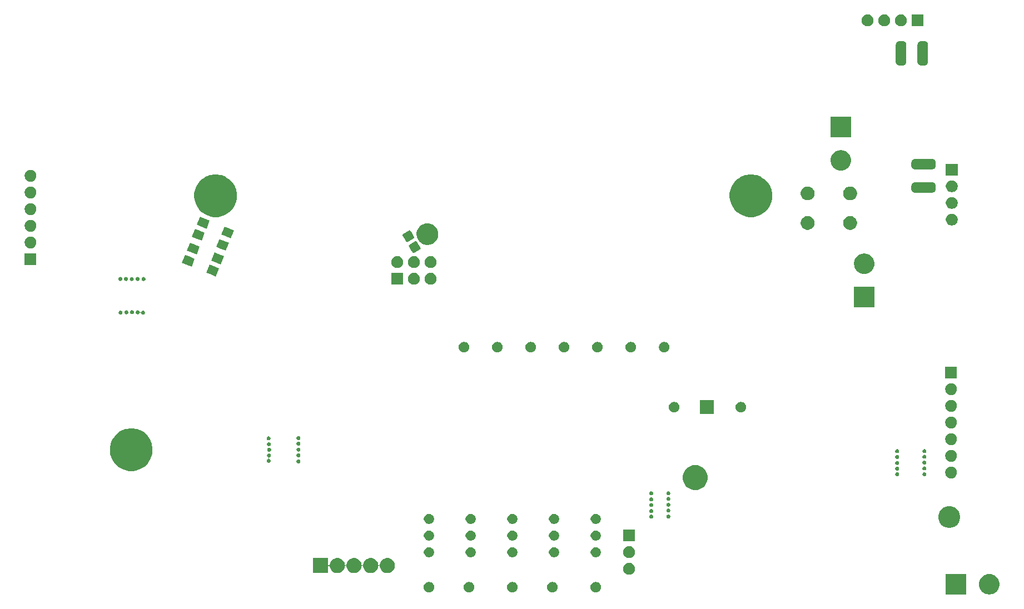
<source format=gbr>
G04 #@! TF.GenerationSoftware,KiCad,Pcbnew,(5.1.5-0-10_14)*
G04 #@! TF.CreationDate,2020-01-01T17:52:45+01:00*
G04 #@! TF.ProjectId,ErnoCCC,45726e6f-4343-4432-9e6b-696361645f70,rev?*
G04 #@! TF.SameCoordinates,Original*
G04 #@! TF.FileFunction,Soldermask,Bot*
G04 #@! TF.FilePolarity,Negative*
%FSLAX46Y46*%
G04 Gerber Fmt 4.6, Leading zero omitted, Abs format (unit mm)*
G04 Created by KiCad (PCBNEW (5.1.5-0-10_14)) date 2020-01-01 17:52:45*
%MOMM*%
%LPD*%
G04 APERTURE LIST*
%ADD10C,0.050000*%
G04 APERTURE END LIST*
D10*
G36*
X219994585Y-112016802D02*
G01*
X220144410Y-112046604D01*
X220426674Y-112163521D01*
X220680705Y-112333259D01*
X220896741Y-112549295D01*
X221066479Y-112803326D01*
X221183396Y-113085590D01*
X221183396Y-113085591D01*
X221243000Y-113385239D01*
X221243000Y-113690761D01*
X221228758Y-113762358D01*
X221183396Y-113990410D01*
X221066479Y-114272674D01*
X220896741Y-114526705D01*
X220680705Y-114742741D01*
X220426674Y-114912479D01*
X220144410Y-115029396D01*
X219994585Y-115059198D01*
X219844761Y-115089000D01*
X219539239Y-115089000D01*
X219389415Y-115059198D01*
X219239590Y-115029396D01*
X218957326Y-114912479D01*
X218703295Y-114742741D01*
X218487259Y-114526705D01*
X218317521Y-114272674D01*
X218200604Y-113990410D01*
X218155242Y-113762358D01*
X218141000Y-113690761D01*
X218141000Y-113385239D01*
X218200604Y-113085591D01*
X218200604Y-113085590D01*
X218317521Y-112803326D01*
X218487259Y-112549295D01*
X218703295Y-112333259D01*
X218957326Y-112163521D01*
X219239590Y-112046604D01*
X219389415Y-112016802D01*
X219539239Y-111987000D01*
X219844761Y-111987000D01*
X219994585Y-112016802D01*
G37*
G36*
X216163000Y-115089000D02*
G01*
X213061000Y-115089000D01*
X213061000Y-111987000D01*
X216163000Y-111987000D01*
X216163000Y-115089000D01*
G37*
G36*
X159981642Y-113225781D02*
G01*
X160127414Y-113286162D01*
X160127416Y-113286163D01*
X160258608Y-113373822D01*
X160370178Y-113485392D01*
X160457837Y-113616584D01*
X160457838Y-113616586D01*
X160518219Y-113762358D01*
X160549000Y-113917107D01*
X160549000Y-114074893D01*
X160518219Y-114229642D01*
X160500395Y-114272672D01*
X160457837Y-114375416D01*
X160370178Y-114506608D01*
X160258608Y-114618178D01*
X160127416Y-114705837D01*
X160127415Y-114705838D01*
X160127414Y-114705838D01*
X159981642Y-114766219D01*
X159826893Y-114797000D01*
X159669107Y-114797000D01*
X159514358Y-114766219D01*
X159368586Y-114705838D01*
X159368585Y-114705838D01*
X159368584Y-114705837D01*
X159237392Y-114618178D01*
X159125822Y-114506608D01*
X159038163Y-114375416D01*
X158995605Y-114272672D01*
X158977781Y-114229642D01*
X158947000Y-114074893D01*
X158947000Y-113917107D01*
X158977781Y-113762358D01*
X159038162Y-113616586D01*
X159038163Y-113616584D01*
X159125822Y-113485392D01*
X159237392Y-113373822D01*
X159368584Y-113286163D01*
X159368586Y-113286162D01*
X159514358Y-113225781D01*
X159669107Y-113195000D01*
X159826893Y-113195000D01*
X159981642Y-113225781D01*
G37*
G36*
X153377642Y-113225781D02*
G01*
X153523414Y-113286162D01*
X153523416Y-113286163D01*
X153654608Y-113373822D01*
X153766178Y-113485392D01*
X153853837Y-113616584D01*
X153853838Y-113616586D01*
X153914219Y-113762358D01*
X153945000Y-113917107D01*
X153945000Y-114074893D01*
X153914219Y-114229642D01*
X153896395Y-114272672D01*
X153853837Y-114375416D01*
X153766178Y-114506608D01*
X153654608Y-114618178D01*
X153523416Y-114705837D01*
X153523415Y-114705838D01*
X153523414Y-114705838D01*
X153377642Y-114766219D01*
X153222893Y-114797000D01*
X153065107Y-114797000D01*
X152910358Y-114766219D01*
X152764586Y-114705838D01*
X152764585Y-114705838D01*
X152764584Y-114705837D01*
X152633392Y-114618178D01*
X152521822Y-114506608D01*
X152434163Y-114375416D01*
X152391605Y-114272672D01*
X152373781Y-114229642D01*
X152343000Y-114074893D01*
X152343000Y-113917107D01*
X152373781Y-113762358D01*
X152434162Y-113616586D01*
X152434163Y-113616584D01*
X152521822Y-113485392D01*
X152633392Y-113373822D01*
X152764584Y-113286163D01*
X152764586Y-113286162D01*
X152910358Y-113225781D01*
X153065107Y-113195000D01*
X153222893Y-113195000D01*
X153377642Y-113225781D01*
G37*
G36*
X147281642Y-113225781D02*
G01*
X147427414Y-113286162D01*
X147427416Y-113286163D01*
X147558608Y-113373822D01*
X147670178Y-113485392D01*
X147757837Y-113616584D01*
X147757838Y-113616586D01*
X147818219Y-113762358D01*
X147849000Y-113917107D01*
X147849000Y-114074893D01*
X147818219Y-114229642D01*
X147800395Y-114272672D01*
X147757837Y-114375416D01*
X147670178Y-114506608D01*
X147558608Y-114618178D01*
X147427416Y-114705837D01*
X147427415Y-114705838D01*
X147427414Y-114705838D01*
X147281642Y-114766219D01*
X147126893Y-114797000D01*
X146969107Y-114797000D01*
X146814358Y-114766219D01*
X146668586Y-114705838D01*
X146668585Y-114705838D01*
X146668584Y-114705837D01*
X146537392Y-114618178D01*
X146425822Y-114506608D01*
X146338163Y-114375416D01*
X146295605Y-114272672D01*
X146277781Y-114229642D01*
X146247000Y-114074893D01*
X146247000Y-113917107D01*
X146277781Y-113762358D01*
X146338162Y-113616586D01*
X146338163Y-113616584D01*
X146425822Y-113485392D01*
X146537392Y-113373822D01*
X146668584Y-113286163D01*
X146668586Y-113286162D01*
X146814358Y-113225781D01*
X146969107Y-113195000D01*
X147126893Y-113195000D01*
X147281642Y-113225781D01*
G37*
G36*
X140677642Y-113225781D02*
G01*
X140823414Y-113286162D01*
X140823416Y-113286163D01*
X140954608Y-113373822D01*
X141066178Y-113485392D01*
X141153837Y-113616584D01*
X141153838Y-113616586D01*
X141214219Y-113762358D01*
X141245000Y-113917107D01*
X141245000Y-114074893D01*
X141214219Y-114229642D01*
X141196395Y-114272672D01*
X141153837Y-114375416D01*
X141066178Y-114506608D01*
X140954608Y-114618178D01*
X140823416Y-114705837D01*
X140823415Y-114705838D01*
X140823414Y-114705838D01*
X140677642Y-114766219D01*
X140522893Y-114797000D01*
X140365107Y-114797000D01*
X140210358Y-114766219D01*
X140064586Y-114705838D01*
X140064585Y-114705838D01*
X140064584Y-114705837D01*
X139933392Y-114618178D01*
X139821822Y-114506608D01*
X139734163Y-114375416D01*
X139691605Y-114272672D01*
X139673781Y-114229642D01*
X139643000Y-114074893D01*
X139643000Y-113917107D01*
X139673781Y-113762358D01*
X139734162Y-113616586D01*
X139734163Y-113616584D01*
X139821822Y-113485392D01*
X139933392Y-113373822D01*
X140064584Y-113286163D01*
X140064586Y-113286162D01*
X140210358Y-113225781D01*
X140365107Y-113195000D01*
X140522893Y-113195000D01*
X140677642Y-113225781D01*
G37*
G36*
X134581642Y-113225781D02*
G01*
X134727414Y-113286162D01*
X134727416Y-113286163D01*
X134858608Y-113373822D01*
X134970178Y-113485392D01*
X135057837Y-113616584D01*
X135057838Y-113616586D01*
X135118219Y-113762358D01*
X135149000Y-113917107D01*
X135149000Y-114074893D01*
X135118219Y-114229642D01*
X135100395Y-114272672D01*
X135057837Y-114375416D01*
X134970178Y-114506608D01*
X134858608Y-114618178D01*
X134727416Y-114705837D01*
X134727415Y-114705838D01*
X134727414Y-114705838D01*
X134581642Y-114766219D01*
X134426893Y-114797000D01*
X134269107Y-114797000D01*
X134114358Y-114766219D01*
X133968586Y-114705838D01*
X133968585Y-114705838D01*
X133968584Y-114705837D01*
X133837392Y-114618178D01*
X133725822Y-114506608D01*
X133638163Y-114375416D01*
X133595605Y-114272672D01*
X133577781Y-114229642D01*
X133547000Y-114074893D01*
X133547000Y-113917107D01*
X133577781Y-113762358D01*
X133638162Y-113616586D01*
X133638163Y-113616584D01*
X133725822Y-113485392D01*
X133837392Y-113373822D01*
X133968584Y-113286163D01*
X133968586Y-113286162D01*
X134114358Y-113225781D01*
X134269107Y-113195000D01*
X134426893Y-113195000D01*
X134581642Y-113225781D01*
G37*
G36*
X164941512Y-110305927D02*
G01*
X165090812Y-110335624D01*
X165254784Y-110403544D01*
X165402354Y-110502147D01*
X165527853Y-110627646D01*
X165626456Y-110775216D01*
X165694376Y-110939188D01*
X165729000Y-111113259D01*
X165729000Y-111290741D01*
X165694376Y-111464812D01*
X165626456Y-111628784D01*
X165527853Y-111776354D01*
X165402354Y-111901853D01*
X165254784Y-112000456D01*
X165090812Y-112068376D01*
X164941512Y-112098073D01*
X164916742Y-112103000D01*
X164739258Y-112103000D01*
X164714488Y-112098073D01*
X164565188Y-112068376D01*
X164401216Y-112000456D01*
X164253646Y-111901853D01*
X164128147Y-111776354D01*
X164029544Y-111628784D01*
X163961624Y-111464812D01*
X163927000Y-111290741D01*
X163927000Y-111113259D01*
X163961624Y-110939188D01*
X164029544Y-110775216D01*
X164128147Y-110627646D01*
X164253646Y-110502147D01*
X164401216Y-110403544D01*
X164565188Y-110335624D01*
X164714488Y-110305927D01*
X164739258Y-110301000D01*
X164916742Y-110301000D01*
X164941512Y-110305927D01*
G37*
G36*
X118989000Y-110508007D02*
G01*
X118991402Y-110532393D01*
X118998515Y-110555842D01*
X119010066Y-110577453D01*
X119025611Y-110596395D01*
X119044553Y-110611940D01*
X119066164Y-110623491D01*
X119089613Y-110630604D01*
X119113999Y-110633006D01*
X119138385Y-110630604D01*
X119161834Y-110623491D01*
X119183445Y-110611940D01*
X119202387Y-110596395D01*
X119217932Y-110577453D01*
X119229483Y-110555842D01*
X119236596Y-110532393D01*
X119271232Y-110358267D01*
X119280611Y-110335625D01*
X119357997Y-110148797D01*
X119483960Y-109960280D01*
X119644280Y-109799960D01*
X119832797Y-109673997D01*
X120042266Y-109587232D01*
X120164089Y-109563000D01*
X120264635Y-109543000D01*
X120491365Y-109543000D01*
X120591911Y-109563000D01*
X120713734Y-109587232D01*
X120923203Y-109673997D01*
X121111720Y-109799960D01*
X121272040Y-109960280D01*
X121398003Y-110148797D01*
X121475390Y-110335625D01*
X121484768Y-110358267D01*
X121525403Y-110562552D01*
X121532516Y-110586001D01*
X121544067Y-110607612D01*
X121559612Y-110626554D01*
X121578554Y-110642099D01*
X121600165Y-110653650D01*
X121623614Y-110660763D01*
X121648000Y-110663165D01*
X121672386Y-110660763D01*
X121695835Y-110653650D01*
X121717446Y-110642099D01*
X121736388Y-110626554D01*
X121751933Y-110607612D01*
X121763484Y-110586001D01*
X121770597Y-110562552D01*
X121811232Y-110358267D01*
X121820611Y-110335625D01*
X121897997Y-110148797D01*
X122023960Y-109960280D01*
X122184280Y-109799960D01*
X122372797Y-109673997D01*
X122582266Y-109587232D01*
X122704089Y-109563000D01*
X122804635Y-109543000D01*
X123031365Y-109543000D01*
X123131911Y-109563000D01*
X123253734Y-109587232D01*
X123463203Y-109673997D01*
X123651720Y-109799960D01*
X123812040Y-109960280D01*
X123938003Y-110148797D01*
X124015390Y-110335625D01*
X124024768Y-110358267D01*
X124065403Y-110562552D01*
X124072516Y-110586001D01*
X124084067Y-110607612D01*
X124099612Y-110626554D01*
X124118554Y-110642099D01*
X124140165Y-110653650D01*
X124163614Y-110660763D01*
X124188000Y-110663165D01*
X124212386Y-110660763D01*
X124235835Y-110653650D01*
X124257446Y-110642099D01*
X124276388Y-110626554D01*
X124291933Y-110607612D01*
X124303484Y-110586001D01*
X124310597Y-110562552D01*
X124351232Y-110358267D01*
X124360611Y-110335625D01*
X124437997Y-110148797D01*
X124563960Y-109960280D01*
X124724280Y-109799960D01*
X124912797Y-109673997D01*
X125122266Y-109587232D01*
X125244089Y-109563000D01*
X125344635Y-109543000D01*
X125571365Y-109543000D01*
X125671911Y-109563000D01*
X125793734Y-109587232D01*
X126003203Y-109673997D01*
X126191720Y-109799960D01*
X126352040Y-109960280D01*
X126478003Y-110148797D01*
X126555390Y-110335625D01*
X126564768Y-110358267D01*
X126605403Y-110562552D01*
X126612516Y-110586001D01*
X126624067Y-110607612D01*
X126639612Y-110626554D01*
X126658554Y-110642099D01*
X126680165Y-110653650D01*
X126703614Y-110660763D01*
X126728000Y-110663165D01*
X126752386Y-110660763D01*
X126775835Y-110653650D01*
X126797446Y-110642099D01*
X126816388Y-110626554D01*
X126831933Y-110607612D01*
X126843484Y-110586001D01*
X126850597Y-110562552D01*
X126891232Y-110358267D01*
X126900611Y-110335625D01*
X126977997Y-110148797D01*
X127103960Y-109960280D01*
X127264280Y-109799960D01*
X127452797Y-109673997D01*
X127662266Y-109587232D01*
X127784089Y-109563000D01*
X127884635Y-109543000D01*
X128111365Y-109543000D01*
X128211911Y-109563000D01*
X128333734Y-109587232D01*
X128543203Y-109673997D01*
X128731720Y-109799960D01*
X128892040Y-109960280D01*
X129018003Y-110148797D01*
X129104768Y-110358266D01*
X129149000Y-110580636D01*
X129149000Y-110807364D01*
X129104768Y-111029734D01*
X129018003Y-111239203D01*
X128892040Y-111427720D01*
X128731720Y-111588040D01*
X128543203Y-111714003D01*
X128333734Y-111800768D01*
X128222549Y-111822884D01*
X128111365Y-111845000D01*
X127884635Y-111845000D01*
X127773451Y-111822884D01*
X127662266Y-111800768D01*
X127452797Y-111714003D01*
X127264280Y-111588040D01*
X127103960Y-111427720D01*
X126977997Y-111239203D01*
X126891232Y-111029734D01*
X126850597Y-110825448D01*
X126843484Y-110801999D01*
X126831933Y-110780388D01*
X126816388Y-110761446D01*
X126797446Y-110745901D01*
X126775835Y-110734350D01*
X126752386Y-110727237D01*
X126728000Y-110724835D01*
X126703614Y-110727237D01*
X126680165Y-110734350D01*
X126658554Y-110745901D01*
X126639612Y-110761446D01*
X126624067Y-110780388D01*
X126612516Y-110801999D01*
X126605403Y-110825448D01*
X126564768Y-111029734D01*
X126478003Y-111239203D01*
X126352040Y-111427720D01*
X126191720Y-111588040D01*
X126003203Y-111714003D01*
X125793734Y-111800768D01*
X125682549Y-111822884D01*
X125571365Y-111845000D01*
X125344635Y-111845000D01*
X125233451Y-111822884D01*
X125122266Y-111800768D01*
X124912797Y-111714003D01*
X124724280Y-111588040D01*
X124563960Y-111427720D01*
X124437997Y-111239203D01*
X124351232Y-111029734D01*
X124310597Y-110825448D01*
X124303484Y-110801999D01*
X124291933Y-110780388D01*
X124276388Y-110761446D01*
X124257446Y-110745901D01*
X124235835Y-110734350D01*
X124212386Y-110727237D01*
X124188000Y-110724835D01*
X124163614Y-110727237D01*
X124140165Y-110734350D01*
X124118554Y-110745901D01*
X124099612Y-110761446D01*
X124084067Y-110780388D01*
X124072516Y-110801999D01*
X124065403Y-110825448D01*
X124024768Y-111029734D01*
X123938003Y-111239203D01*
X123812040Y-111427720D01*
X123651720Y-111588040D01*
X123463203Y-111714003D01*
X123253734Y-111800768D01*
X123142549Y-111822884D01*
X123031365Y-111845000D01*
X122804635Y-111845000D01*
X122693451Y-111822884D01*
X122582266Y-111800768D01*
X122372797Y-111714003D01*
X122184280Y-111588040D01*
X122023960Y-111427720D01*
X121897997Y-111239203D01*
X121811232Y-111029734D01*
X121770597Y-110825448D01*
X121763484Y-110801999D01*
X121751933Y-110780388D01*
X121736388Y-110761446D01*
X121717446Y-110745901D01*
X121695835Y-110734350D01*
X121672386Y-110727237D01*
X121648000Y-110724835D01*
X121623614Y-110727237D01*
X121600165Y-110734350D01*
X121578554Y-110745901D01*
X121559612Y-110761446D01*
X121544067Y-110780388D01*
X121532516Y-110801999D01*
X121525403Y-110825448D01*
X121484768Y-111029734D01*
X121398003Y-111239203D01*
X121272040Y-111427720D01*
X121111720Y-111588040D01*
X120923203Y-111714003D01*
X120713734Y-111800768D01*
X120602549Y-111822884D01*
X120491365Y-111845000D01*
X120264635Y-111845000D01*
X120153451Y-111822884D01*
X120042266Y-111800768D01*
X119832797Y-111714003D01*
X119644280Y-111588040D01*
X119483960Y-111427720D01*
X119357997Y-111239203D01*
X119271232Y-111029734D01*
X119236596Y-110855607D01*
X119229483Y-110832158D01*
X119217932Y-110810547D01*
X119202387Y-110791605D01*
X119183445Y-110776060D01*
X119161834Y-110764509D01*
X119138385Y-110757396D01*
X119113999Y-110754994D01*
X119089613Y-110757396D01*
X119066164Y-110764509D01*
X119044553Y-110776060D01*
X119025611Y-110791605D01*
X119010066Y-110810547D01*
X118998515Y-110832158D01*
X118991402Y-110855607D01*
X118989000Y-110879993D01*
X118989000Y-111845000D01*
X116687000Y-111845000D01*
X116687000Y-109543000D01*
X118989000Y-109543000D01*
X118989000Y-110508007D01*
G37*
G36*
X164941512Y-107765927D02*
G01*
X165090812Y-107795624D01*
X165254784Y-107863544D01*
X165402354Y-107962147D01*
X165527853Y-108087646D01*
X165626456Y-108235216D01*
X165694376Y-108399188D01*
X165729000Y-108573259D01*
X165729000Y-108750741D01*
X165694376Y-108924812D01*
X165626456Y-109088784D01*
X165527853Y-109236354D01*
X165402354Y-109361853D01*
X165254784Y-109460456D01*
X165090812Y-109528376D01*
X164941512Y-109558073D01*
X164916742Y-109563000D01*
X164739258Y-109563000D01*
X164714488Y-109558073D01*
X164565188Y-109528376D01*
X164401216Y-109460456D01*
X164253646Y-109361853D01*
X164128147Y-109236354D01*
X164029544Y-109088784D01*
X163961624Y-108924812D01*
X163927000Y-108750741D01*
X163927000Y-108573259D01*
X163961624Y-108399188D01*
X164029544Y-108235216D01*
X164128147Y-108087646D01*
X164253646Y-107962147D01*
X164401216Y-107863544D01*
X164565188Y-107795624D01*
X164714488Y-107765927D01*
X164739258Y-107761000D01*
X164916742Y-107761000D01*
X164941512Y-107765927D01*
G37*
G36*
X159873589Y-107900876D02*
G01*
X159972893Y-107920629D01*
X160113206Y-107978748D01*
X160239484Y-108063125D01*
X160346875Y-108170516D01*
X160431252Y-108296794D01*
X160489371Y-108437107D01*
X160519000Y-108586063D01*
X160519000Y-108737937D01*
X160489371Y-108886893D01*
X160431252Y-109027206D01*
X160346875Y-109153484D01*
X160239484Y-109260875D01*
X160113206Y-109345252D01*
X159972893Y-109403371D01*
X159873589Y-109423124D01*
X159823938Y-109433000D01*
X159672062Y-109433000D01*
X159622411Y-109423124D01*
X159523107Y-109403371D01*
X159382794Y-109345252D01*
X159256516Y-109260875D01*
X159149125Y-109153484D01*
X159064748Y-109027206D01*
X159006629Y-108886893D01*
X158977000Y-108737937D01*
X158977000Y-108586063D01*
X159006629Y-108437107D01*
X159064748Y-108296794D01*
X159149125Y-108170516D01*
X159256516Y-108063125D01*
X159382794Y-107978748D01*
X159523107Y-107920629D01*
X159622411Y-107900876D01*
X159672062Y-107891000D01*
X159823938Y-107891000D01*
X159873589Y-107900876D01*
G37*
G36*
X153523589Y-107900876D02*
G01*
X153622893Y-107920629D01*
X153763206Y-107978748D01*
X153889484Y-108063125D01*
X153996875Y-108170516D01*
X154081252Y-108296794D01*
X154139371Y-108437107D01*
X154169000Y-108586063D01*
X154169000Y-108737937D01*
X154139371Y-108886893D01*
X154081252Y-109027206D01*
X153996875Y-109153484D01*
X153889484Y-109260875D01*
X153763206Y-109345252D01*
X153622893Y-109403371D01*
X153523589Y-109423124D01*
X153473938Y-109433000D01*
X153322062Y-109433000D01*
X153272411Y-109423124D01*
X153173107Y-109403371D01*
X153032794Y-109345252D01*
X152906516Y-109260875D01*
X152799125Y-109153484D01*
X152714748Y-109027206D01*
X152656629Y-108886893D01*
X152627000Y-108737937D01*
X152627000Y-108586063D01*
X152656629Y-108437107D01*
X152714748Y-108296794D01*
X152799125Y-108170516D01*
X152906516Y-108063125D01*
X153032794Y-107978748D01*
X153173107Y-107920629D01*
X153272411Y-107900876D01*
X153322062Y-107891000D01*
X153473938Y-107891000D01*
X153523589Y-107900876D01*
G37*
G36*
X134473589Y-107900876D02*
G01*
X134572893Y-107920629D01*
X134713206Y-107978748D01*
X134839484Y-108063125D01*
X134946875Y-108170516D01*
X135031252Y-108296794D01*
X135089371Y-108437107D01*
X135119000Y-108586063D01*
X135119000Y-108737937D01*
X135089371Y-108886893D01*
X135031252Y-109027206D01*
X134946875Y-109153484D01*
X134839484Y-109260875D01*
X134713206Y-109345252D01*
X134572893Y-109403371D01*
X134473589Y-109423124D01*
X134423938Y-109433000D01*
X134272062Y-109433000D01*
X134222411Y-109423124D01*
X134123107Y-109403371D01*
X133982794Y-109345252D01*
X133856516Y-109260875D01*
X133749125Y-109153484D01*
X133664748Y-109027206D01*
X133606629Y-108886893D01*
X133577000Y-108737937D01*
X133577000Y-108586063D01*
X133606629Y-108437107D01*
X133664748Y-108296794D01*
X133749125Y-108170516D01*
X133856516Y-108063125D01*
X133982794Y-107978748D01*
X134123107Y-107920629D01*
X134222411Y-107900876D01*
X134272062Y-107891000D01*
X134423938Y-107891000D01*
X134473589Y-107900876D01*
G37*
G36*
X140823589Y-107900876D02*
G01*
X140922893Y-107920629D01*
X141063206Y-107978748D01*
X141189484Y-108063125D01*
X141296875Y-108170516D01*
X141381252Y-108296794D01*
X141439371Y-108437107D01*
X141469000Y-108586063D01*
X141469000Y-108737937D01*
X141439371Y-108886893D01*
X141381252Y-109027206D01*
X141296875Y-109153484D01*
X141189484Y-109260875D01*
X141063206Y-109345252D01*
X140922893Y-109403371D01*
X140823589Y-109423124D01*
X140773938Y-109433000D01*
X140622062Y-109433000D01*
X140572411Y-109423124D01*
X140473107Y-109403371D01*
X140332794Y-109345252D01*
X140206516Y-109260875D01*
X140099125Y-109153484D01*
X140014748Y-109027206D01*
X139956629Y-108886893D01*
X139927000Y-108737937D01*
X139927000Y-108586063D01*
X139956629Y-108437107D01*
X140014748Y-108296794D01*
X140099125Y-108170516D01*
X140206516Y-108063125D01*
X140332794Y-107978748D01*
X140473107Y-107920629D01*
X140572411Y-107900876D01*
X140622062Y-107891000D01*
X140773938Y-107891000D01*
X140823589Y-107900876D01*
G37*
G36*
X147173589Y-107900876D02*
G01*
X147272893Y-107920629D01*
X147413206Y-107978748D01*
X147539484Y-108063125D01*
X147646875Y-108170516D01*
X147731252Y-108296794D01*
X147789371Y-108437107D01*
X147819000Y-108586063D01*
X147819000Y-108737937D01*
X147789371Y-108886893D01*
X147731252Y-109027206D01*
X147646875Y-109153484D01*
X147539484Y-109260875D01*
X147413206Y-109345252D01*
X147272893Y-109403371D01*
X147173589Y-109423124D01*
X147123938Y-109433000D01*
X146972062Y-109433000D01*
X146922411Y-109423124D01*
X146823107Y-109403371D01*
X146682794Y-109345252D01*
X146556516Y-109260875D01*
X146449125Y-109153484D01*
X146364748Y-109027206D01*
X146306629Y-108886893D01*
X146277000Y-108737937D01*
X146277000Y-108586063D01*
X146306629Y-108437107D01*
X146364748Y-108296794D01*
X146449125Y-108170516D01*
X146556516Y-108063125D01*
X146682794Y-107978748D01*
X146823107Y-107920629D01*
X146922411Y-107900876D01*
X146972062Y-107891000D01*
X147123938Y-107891000D01*
X147173589Y-107900876D01*
G37*
G36*
X165729000Y-107023000D02*
G01*
X163927000Y-107023000D01*
X163927000Y-105221000D01*
X165729000Y-105221000D01*
X165729000Y-107023000D01*
G37*
G36*
X134473589Y-105360876D02*
G01*
X134572893Y-105380629D01*
X134713206Y-105438748D01*
X134839484Y-105523125D01*
X134946875Y-105630516D01*
X135031252Y-105756794D01*
X135089371Y-105897107D01*
X135119000Y-106046063D01*
X135119000Y-106197937D01*
X135089371Y-106346893D01*
X135031252Y-106487206D01*
X134946875Y-106613484D01*
X134839484Y-106720875D01*
X134713206Y-106805252D01*
X134572893Y-106863371D01*
X134473589Y-106883124D01*
X134423938Y-106893000D01*
X134272062Y-106893000D01*
X134222411Y-106883124D01*
X134123107Y-106863371D01*
X133982794Y-106805252D01*
X133856516Y-106720875D01*
X133749125Y-106613484D01*
X133664748Y-106487206D01*
X133606629Y-106346893D01*
X133577000Y-106197937D01*
X133577000Y-106046063D01*
X133606629Y-105897107D01*
X133664748Y-105756794D01*
X133749125Y-105630516D01*
X133856516Y-105523125D01*
X133982794Y-105438748D01*
X134123107Y-105380629D01*
X134222411Y-105360876D01*
X134272062Y-105351000D01*
X134423938Y-105351000D01*
X134473589Y-105360876D01*
G37*
G36*
X140823589Y-105360876D02*
G01*
X140922893Y-105380629D01*
X141063206Y-105438748D01*
X141189484Y-105523125D01*
X141296875Y-105630516D01*
X141381252Y-105756794D01*
X141439371Y-105897107D01*
X141469000Y-106046063D01*
X141469000Y-106197937D01*
X141439371Y-106346893D01*
X141381252Y-106487206D01*
X141296875Y-106613484D01*
X141189484Y-106720875D01*
X141063206Y-106805252D01*
X140922893Y-106863371D01*
X140823589Y-106883124D01*
X140773938Y-106893000D01*
X140622062Y-106893000D01*
X140572411Y-106883124D01*
X140473107Y-106863371D01*
X140332794Y-106805252D01*
X140206516Y-106720875D01*
X140099125Y-106613484D01*
X140014748Y-106487206D01*
X139956629Y-106346893D01*
X139927000Y-106197937D01*
X139927000Y-106046063D01*
X139956629Y-105897107D01*
X140014748Y-105756794D01*
X140099125Y-105630516D01*
X140206516Y-105523125D01*
X140332794Y-105438748D01*
X140473107Y-105380629D01*
X140572411Y-105360876D01*
X140622062Y-105351000D01*
X140773938Y-105351000D01*
X140823589Y-105360876D01*
G37*
G36*
X147173589Y-105360876D02*
G01*
X147272893Y-105380629D01*
X147413206Y-105438748D01*
X147539484Y-105523125D01*
X147646875Y-105630516D01*
X147731252Y-105756794D01*
X147789371Y-105897107D01*
X147819000Y-106046063D01*
X147819000Y-106197937D01*
X147789371Y-106346893D01*
X147731252Y-106487206D01*
X147646875Y-106613484D01*
X147539484Y-106720875D01*
X147413206Y-106805252D01*
X147272893Y-106863371D01*
X147173589Y-106883124D01*
X147123938Y-106893000D01*
X146972062Y-106893000D01*
X146922411Y-106883124D01*
X146823107Y-106863371D01*
X146682794Y-106805252D01*
X146556516Y-106720875D01*
X146449125Y-106613484D01*
X146364748Y-106487206D01*
X146306629Y-106346893D01*
X146277000Y-106197937D01*
X146277000Y-106046063D01*
X146306629Y-105897107D01*
X146364748Y-105756794D01*
X146449125Y-105630516D01*
X146556516Y-105523125D01*
X146682794Y-105438748D01*
X146823107Y-105380629D01*
X146922411Y-105360876D01*
X146972062Y-105351000D01*
X147123938Y-105351000D01*
X147173589Y-105360876D01*
G37*
G36*
X153523589Y-105360876D02*
G01*
X153622893Y-105380629D01*
X153763206Y-105438748D01*
X153889484Y-105523125D01*
X153996875Y-105630516D01*
X154081252Y-105756794D01*
X154139371Y-105897107D01*
X154169000Y-106046063D01*
X154169000Y-106197937D01*
X154139371Y-106346893D01*
X154081252Y-106487206D01*
X153996875Y-106613484D01*
X153889484Y-106720875D01*
X153763206Y-106805252D01*
X153622893Y-106863371D01*
X153523589Y-106883124D01*
X153473938Y-106893000D01*
X153322062Y-106893000D01*
X153272411Y-106883124D01*
X153173107Y-106863371D01*
X153032794Y-106805252D01*
X152906516Y-106720875D01*
X152799125Y-106613484D01*
X152714748Y-106487206D01*
X152656629Y-106346893D01*
X152627000Y-106197937D01*
X152627000Y-106046063D01*
X152656629Y-105897107D01*
X152714748Y-105756794D01*
X152799125Y-105630516D01*
X152906516Y-105523125D01*
X153032794Y-105438748D01*
X153173107Y-105380629D01*
X153272411Y-105360876D01*
X153322062Y-105351000D01*
X153473938Y-105351000D01*
X153523589Y-105360876D01*
G37*
G36*
X159873589Y-105360876D02*
G01*
X159972893Y-105380629D01*
X160113206Y-105438748D01*
X160239484Y-105523125D01*
X160346875Y-105630516D01*
X160431252Y-105756794D01*
X160489371Y-105897107D01*
X160519000Y-106046063D01*
X160519000Y-106197937D01*
X160489371Y-106346893D01*
X160431252Y-106487206D01*
X160346875Y-106613484D01*
X160239484Y-106720875D01*
X160113206Y-106805252D01*
X159972893Y-106863371D01*
X159873589Y-106883124D01*
X159823938Y-106893000D01*
X159672062Y-106893000D01*
X159622411Y-106883124D01*
X159523107Y-106863371D01*
X159382794Y-106805252D01*
X159256516Y-106720875D01*
X159149125Y-106613484D01*
X159064748Y-106487206D01*
X159006629Y-106346893D01*
X158977000Y-106197937D01*
X158977000Y-106046063D01*
X159006629Y-105897107D01*
X159064748Y-105756794D01*
X159149125Y-105630516D01*
X159256516Y-105523125D01*
X159382794Y-105438748D01*
X159523107Y-105380629D01*
X159622411Y-105360876D01*
X159672062Y-105351000D01*
X159823938Y-105351000D01*
X159873589Y-105360876D01*
G37*
G36*
X213975256Y-101691298D02*
G01*
X214081579Y-101712447D01*
X214382042Y-101836903D01*
X214652451Y-102017585D01*
X214882415Y-102247549D01*
X215062642Y-102517277D01*
X215063098Y-102517960D01*
X215187553Y-102818422D01*
X215251000Y-103137389D01*
X215251000Y-103462611D01*
X215237058Y-103532700D01*
X215187553Y-103781579D01*
X215063097Y-104082042D01*
X214882415Y-104352451D01*
X214652451Y-104582415D01*
X214382042Y-104763097D01*
X214081579Y-104887553D01*
X213975256Y-104908702D01*
X213762611Y-104951000D01*
X213437389Y-104951000D01*
X213224744Y-104908702D01*
X213118421Y-104887553D01*
X212817958Y-104763097D01*
X212547549Y-104582415D01*
X212317585Y-104352451D01*
X212136903Y-104082042D01*
X212012447Y-103781579D01*
X211962942Y-103532700D01*
X211949000Y-103462611D01*
X211949000Y-103137389D01*
X212012447Y-102818422D01*
X212136902Y-102517960D01*
X212137358Y-102517277D01*
X212317585Y-102247549D01*
X212547549Y-102017585D01*
X212817958Y-101836903D01*
X213118421Y-101712447D01*
X213224744Y-101691298D01*
X213437389Y-101649000D01*
X213762611Y-101649000D01*
X213975256Y-101691298D01*
G37*
G36*
X153511245Y-102818421D02*
G01*
X153622893Y-102840629D01*
X153763206Y-102898748D01*
X153889484Y-102983125D01*
X153996875Y-103090516D01*
X154081252Y-103216794D01*
X154139371Y-103357107D01*
X154169000Y-103506063D01*
X154169000Y-103657937D01*
X154139371Y-103806893D01*
X154081252Y-103947206D01*
X153996875Y-104073484D01*
X153889484Y-104180875D01*
X153763206Y-104265252D01*
X153622893Y-104323371D01*
X153523589Y-104343124D01*
X153473938Y-104353000D01*
X153322062Y-104353000D01*
X153272411Y-104343124D01*
X153173107Y-104323371D01*
X153032794Y-104265252D01*
X152906516Y-104180875D01*
X152799125Y-104073484D01*
X152714748Y-103947206D01*
X152656629Y-103806893D01*
X152627000Y-103657937D01*
X152627000Y-103506063D01*
X152656629Y-103357107D01*
X152714748Y-103216794D01*
X152799125Y-103090516D01*
X152906516Y-102983125D01*
X153032794Y-102898748D01*
X153173107Y-102840629D01*
X153284755Y-102818421D01*
X153322062Y-102811000D01*
X153473938Y-102811000D01*
X153511245Y-102818421D01*
G37*
G36*
X147161245Y-102818421D02*
G01*
X147272893Y-102840629D01*
X147413206Y-102898748D01*
X147539484Y-102983125D01*
X147646875Y-103090516D01*
X147731252Y-103216794D01*
X147789371Y-103357107D01*
X147819000Y-103506063D01*
X147819000Y-103657937D01*
X147789371Y-103806893D01*
X147731252Y-103947206D01*
X147646875Y-104073484D01*
X147539484Y-104180875D01*
X147413206Y-104265252D01*
X147272893Y-104323371D01*
X147173589Y-104343124D01*
X147123938Y-104353000D01*
X146972062Y-104353000D01*
X146922411Y-104343124D01*
X146823107Y-104323371D01*
X146682794Y-104265252D01*
X146556516Y-104180875D01*
X146449125Y-104073484D01*
X146364748Y-103947206D01*
X146306629Y-103806893D01*
X146277000Y-103657937D01*
X146277000Y-103506063D01*
X146306629Y-103357107D01*
X146364748Y-103216794D01*
X146449125Y-103090516D01*
X146556516Y-102983125D01*
X146682794Y-102898748D01*
X146823107Y-102840629D01*
X146934755Y-102818421D01*
X146972062Y-102811000D01*
X147123938Y-102811000D01*
X147161245Y-102818421D01*
G37*
G36*
X140811245Y-102818421D02*
G01*
X140922893Y-102840629D01*
X141063206Y-102898748D01*
X141189484Y-102983125D01*
X141296875Y-103090516D01*
X141381252Y-103216794D01*
X141439371Y-103357107D01*
X141469000Y-103506063D01*
X141469000Y-103657937D01*
X141439371Y-103806893D01*
X141381252Y-103947206D01*
X141296875Y-104073484D01*
X141189484Y-104180875D01*
X141063206Y-104265252D01*
X140922893Y-104323371D01*
X140823589Y-104343124D01*
X140773938Y-104353000D01*
X140622062Y-104353000D01*
X140572411Y-104343124D01*
X140473107Y-104323371D01*
X140332794Y-104265252D01*
X140206516Y-104180875D01*
X140099125Y-104073484D01*
X140014748Y-103947206D01*
X139956629Y-103806893D01*
X139927000Y-103657937D01*
X139927000Y-103506063D01*
X139956629Y-103357107D01*
X140014748Y-103216794D01*
X140099125Y-103090516D01*
X140206516Y-102983125D01*
X140332794Y-102898748D01*
X140473107Y-102840629D01*
X140584755Y-102818421D01*
X140622062Y-102811000D01*
X140773938Y-102811000D01*
X140811245Y-102818421D01*
G37*
G36*
X134461245Y-102818421D02*
G01*
X134572893Y-102840629D01*
X134713206Y-102898748D01*
X134839484Y-102983125D01*
X134946875Y-103090516D01*
X135031252Y-103216794D01*
X135089371Y-103357107D01*
X135119000Y-103506063D01*
X135119000Y-103657937D01*
X135089371Y-103806893D01*
X135031252Y-103947206D01*
X134946875Y-104073484D01*
X134839484Y-104180875D01*
X134713206Y-104265252D01*
X134572893Y-104323371D01*
X134473589Y-104343124D01*
X134423938Y-104353000D01*
X134272062Y-104353000D01*
X134222411Y-104343124D01*
X134123107Y-104323371D01*
X133982794Y-104265252D01*
X133856516Y-104180875D01*
X133749125Y-104073484D01*
X133664748Y-103947206D01*
X133606629Y-103806893D01*
X133577000Y-103657937D01*
X133577000Y-103506063D01*
X133606629Y-103357107D01*
X133664748Y-103216794D01*
X133749125Y-103090516D01*
X133856516Y-102983125D01*
X133982794Y-102898748D01*
X134123107Y-102840629D01*
X134234755Y-102818421D01*
X134272062Y-102811000D01*
X134423938Y-102811000D01*
X134461245Y-102818421D01*
G37*
G36*
X159861245Y-102818421D02*
G01*
X159972893Y-102840629D01*
X160113206Y-102898748D01*
X160239484Y-102983125D01*
X160346875Y-103090516D01*
X160431252Y-103216794D01*
X160489371Y-103357107D01*
X160519000Y-103506063D01*
X160519000Y-103657937D01*
X160489371Y-103806893D01*
X160431252Y-103947206D01*
X160346875Y-104073484D01*
X160239484Y-104180875D01*
X160113206Y-104265252D01*
X159972893Y-104323371D01*
X159873589Y-104343124D01*
X159823938Y-104353000D01*
X159672062Y-104353000D01*
X159622411Y-104343124D01*
X159523107Y-104323371D01*
X159382794Y-104265252D01*
X159256516Y-104180875D01*
X159149125Y-104073484D01*
X159064748Y-103947206D01*
X159006629Y-103806893D01*
X158977000Y-103657937D01*
X158977000Y-103506063D01*
X159006629Y-103357107D01*
X159064748Y-103216794D01*
X159149125Y-103090516D01*
X159256516Y-102983125D01*
X159382794Y-102898748D01*
X159523107Y-102840629D01*
X159634755Y-102818421D01*
X159672062Y-102811000D01*
X159823938Y-102811000D01*
X159861245Y-102818421D01*
G37*
G36*
X168287097Y-102942267D02*
G01*
X168341875Y-102964957D01*
X168341877Y-102964958D01*
X168391176Y-102997898D01*
X168433102Y-103039824D01*
X168466042Y-103089123D01*
X168466043Y-103089125D01*
X168488733Y-103143903D01*
X168500300Y-103202053D01*
X168500300Y-103261347D01*
X168488733Y-103319497D01*
X168473154Y-103357107D01*
X168466042Y-103374277D01*
X168433102Y-103423576D01*
X168391176Y-103465502D01*
X168341877Y-103498442D01*
X168341876Y-103498443D01*
X168341875Y-103498443D01*
X168287097Y-103521133D01*
X168228947Y-103532700D01*
X168169653Y-103532700D01*
X168111503Y-103521133D01*
X168056725Y-103498443D01*
X168056724Y-103498443D01*
X168056723Y-103498442D01*
X168007424Y-103465502D01*
X167965498Y-103423576D01*
X167932558Y-103374277D01*
X167925446Y-103357107D01*
X167909867Y-103319497D01*
X167898300Y-103261347D01*
X167898300Y-103202053D01*
X167909867Y-103143903D01*
X167932557Y-103089125D01*
X167932558Y-103089123D01*
X167965498Y-103039824D01*
X168007424Y-102997898D01*
X168056723Y-102964958D01*
X168056725Y-102964957D01*
X168111503Y-102942267D01*
X168169653Y-102930700D01*
X168228947Y-102930700D01*
X168287097Y-102942267D01*
G37*
G36*
X170902297Y-102936167D02*
G01*
X170957075Y-102958857D01*
X170957077Y-102958858D01*
X171006376Y-102991798D01*
X171048302Y-103033724D01*
X171052378Y-103039825D01*
X171081243Y-103083025D01*
X171103933Y-103137803D01*
X171115500Y-103195953D01*
X171115500Y-103255247D01*
X171103933Y-103313397D01*
X171081243Y-103368175D01*
X171081242Y-103368177D01*
X171048302Y-103417476D01*
X171006376Y-103459402D01*
X170957077Y-103492342D01*
X170957076Y-103492343D01*
X170957075Y-103492343D01*
X170902297Y-103515033D01*
X170844147Y-103526600D01*
X170784853Y-103526600D01*
X170726703Y-103515033D01*
X170671925Y-103492343D01*
X170671924Y-103492343D01*
X170671923Y-103492342D01*
X170622624Y-103459402D01*
X170580698Y-103417476D01*
X170547758Y-103368177D01*
X170547757Y-103368175D01*
X170525067Y-103313397D01*
X170513500Y-103255247D01*
X170513500Y-103195953D01*
X170525067Y-103137803D01*
X170547757Y-103083025D01*
X170576622Y-103039825D01*
X170580698Y-103033724D01*
X170622624Y-102991798D01*
X170671923Y-102958858D01*
X170671925Y-102958857D01*
X170726703Y-102936167D01*
X170784853Y-102924600D01*
X170844147Y-102924600D01*
X170902297Y-102936167D01*
G37*
G36*
X168287097Y-102085267D02*
G01*
X168341875Y-102107957D01*
X168341877Y-102107958D01*
X168391176Y-102140898D01*
X168433102Y-102182824D01*
X168466042Y-102232123D01*
X168466043Y-102232125D01*
X168488733Y-102286903D01*
X168500300Y-102345053D01*
X168500300Y-102404347D01*
X168488733Y-102462497D01*
X168487085Y-102466475D01*
X168466042Y-102517277D01*
X168433102Y-102566576D01*
X168391176Y-102608502D01*
X168341877Y-102641442D01*
X168341876Y-102641443D01*
X168341875Y-102641443D01*
X168287097Y-102664133D01*
X168228947Y-102675700D01*
X168169653Y-102675700D01*
X168111503Y-102664133D01*
X168056725Y-102641443D01*
X168056724Y-102641443D01*
X168056723Y-102641442D01*
X168007424Y-102608502D01*
X167965498Y-102566576D01*
X167932558Y-102517277D01*
X167911515Y-102466475D01*
X167909867Y-102462497D01*
X167898300Y-102404347D01*
X167898300Y-102345053D01*
X167909867Y-102286903D01*
X167932557Y-102232125D01*
X167932558Y-102232123D01*
X167965498Y-102182824D01*
X168007424Y-102140898D01*
X168056723Y-102107958D01*
X168056725Y-102107957D01*
X168111503Y-102085267D01*
X168169653Y-102073700D01*
X168228947Y-102073700D01*
X168287097Y-102085267D01*
G37*
G36*
X170902297Y-102034467D02*
G01*
X170957075Y-102057157D01*
X170957077Y-102057158D01*
X171006376Y-102090098D01*
X171048302Y-102132024D01*
X171054231Y-102140898D01*
X171081243Y-102181325D01*
X171103933Y-102236103D01*
X171115500Y-102294253D01*
X171115500Y-102353547D01*
X171103933Y-102411697D01*
X171082891Y-102462497D01*
X171081242Y-102466477D01*
X171048302Y-102515776D01*
X171006376Y-102557702D01*
X170957077Y-102590642D01*
X170957076Y-102590643D01*
X170957075Y-102590643D01*
X170902297Y-102613333D01*
X170844147Y-102624900D01*
X170784853Y-102624900D01*
X170726703Y-102613333D01*
X170671925Y-102590643D01*
X170671924Y-102590643D01*
X170671923Y-102590642D01*
X170622624Y-102557702D01*
X170580698Y-102515776D01*
X170547758Y-102466477D01*
X170546109Y-102462497D01*
X170525067Y-102411697D01*
X170513500Y-102353547D01*
X170513500Y-102294253D01*
X170525067Y-102236103D01*
X170547757Y-102181325D01*
X170574769Y-102140898D01*
X170580698Y-102132024D01*
X170622624Y-102090098D01*
X170671923Y-102057158D01*
X170671925Y-102057157D01*
X170726703Y-102034467D01*
X170784853Y-102022900D01*
X170844147Y-102022900D01*
X170902297Y-102034467D01*
G37*
G36*
X168287097Y-101196267D02*
G01*
X168341875Y-101218957D01*
X168341877Y-101218958D01*
X168391176Y-101251898D01*
X168433102Y-101293824D01*
X168466042Y-101343123D01*
X168466043Y-101343125D01*
X168488733Y-101397903D01*
X168500300Y-101456053D01*
X168500300Y-101515347D01*
X168488733Y-101573497D01*
X168487085Y-101577475D01*
X168466042Y-101628277D01*
X168433102Y-101677576D01*
X168391176Y-101719502D01*
X168341877Y-101752442D01*
X168341876Y-101752443D01*
X168341875Y-101752443D01*
X168287097Y-101775133D01*
X168228947Y-101786700D01*
X168169653Y-101786700D01*
X168111503Y-101775133D01*
X168056725Y-101752443D01*
X168056724Y-101752443D01*
X168056723Y-101752442D01*
X168007424Y-101719502D01*
X167965498Y-101677576D01*
X167932558Y-101628277D01*
X167911515Y-101577475D01*
X167909867Y-101573497D01*
X167898300Y-101515347D01*
X167898300Y-101456053D01*
X167909867Y-101397903D01*
X167932557Y-101343125D01*
X167932558Y-101343123D01*
X167965498Y-101293824D01*
X168007424Y-101251898D01*
X168056723Y-101218958D01*
X168056725Y-101218957D01*
X168111503Y-101196267D01*
X168169653Y-101184700D01*
X168228947Y-101184700D01*
X168287097Y-101196267D01*
G37*
G36*
X170902297Y-101145467D02*
G01*
X170957075Y-101168157D01*
X170957077Y-101168158D01*
X171006376Y-101201098D01*
X171048302Y-101243024D01*
X171054231Y-101251898D01*
X171081243Y-101292325D01*
X171103933Y-101347103D01*
X171115500Y-101405253D01*
X171115500Y-101464547D01*
X171103933Y-101522697D01*
X171082891Y-101573497D01*
X171081242Y-101577477D01*
X171048302Y-101626776D01*
X171006376Y-101668702D01*
X170957077Y-101701642D01*
X170957076Y-101701643D01*
X170957075Y-101701643D01*
X170902297Y-101724333D01*
X170844147Y-101735900D01*
X170784853Y-101735900D01*
X170726703Y-101724333D01*
X170671925Y-101701643D01*
X170671924Y-101701643D01*
X170671923Y-101701642D01*
X170622624Y-101668702D01*
X170580698Y-101626776D01*
X170547758Y-101577477D01*
X170546109Y-101573497D01*
X170525067Y-101522697D01*
X170513500Y-101464547D01*
X170513500Y-101405253D01*
X170525067Y-101347103D01*
X170547757Y-101292325D01*
X170574769Y-101251898D01*
X170580698Y-101243024D01*
X170622624Y-101201098D01*
X170671923Y-101168158D01*
X170671925Y-101168157D01*
X170726703Y-101145467D01*
X170784853Y-101133900D01*
X170844147Y-101133900D01*
X170902297Y-101145467D01*
G37*
G36*
X168287097Y-100307267D02*
G01*
X168341875Y-100329957D01*
X168341877Y-100329958D01*
X168391176Y-100362898D01*
X168433102Y-100404824D01*
X168466042Y-100454123D01*
X168466043Y-100454125D01*
X168488733Y-100508903D01*
X168500300Y-100567053D01*
X168500300Y-100626347D01*
X168488733Y-100684497D01*
X168487085Y-100688475D01*
X168466042Y-100739277D01*
X168433102Y-100788576D01*
X168391176Y-100830502D01*
X168341877Y-100863442D01*
X168341876Y-100863443D01*
X168341875Y-100863443D01*
X168287097Y-100886133D01*
X168228947Y-100897700D01*
X168169653Y-100897700D01*
X168111503Y-100886133D01*
X168056725Y-100863443D01*
X168056724Y-100863443D01*
X168056723Y-100863442D01*
X168007424Y-100830502D01*
X167965498Y-100788576D01*
X167932558Y-100739277D01*
X167911515Y-100688475D01*
X167909867Y-100684497D01*
X167898300Y-100626347D01*
X167898300Y-100567053D01*
X167909867Y-100508903D01*
X167932557Y-100454125D01*
X167932558Y-100454123D01*
X167965498Y-100404824D01*
X168007424Y-100362898D01*
X168056723Y-100329958D01*
X168056725Y-100329957D01*
X168111503Y-100307267D01*
X168169653Y-100295700D01*
X168228947Y-100295700D01*
X168287097Y-100307267D01*
G37*
G36*
X170902297Y-100256467D02*
G01*
X170957075Y-100279157D01*
X170957077Y-100279158D01*
X171006376Y-100312098D01*
X171048302Y-100354024D01*
X171054231Y-100362898D01*
X171081243Y-100403325D01*
X171103933Y-100458103D01*
X171115500Y-100516253D01*
X171115500Y-100575547D01*
X171103933Y-100633697D01*
X171082891Y-100684497D01*
X171081242Y-100688477D01*
X171048302Y-100737776D01*
X171006376Y-100779702D01*
X170957077Y-100812642D01*
X170957076Y-100812643D01*
X170957075Y-100812643D01*
X170902297Y-100835333D01*
X170844147Y-100846900D01*
X170784853Y-100846900D01*
X170726703Y-100835333D01*
X170671925Y-100812643D01*
X170671924Y-100812643D01*
X170671923Y-100812642D01*
X170622624Y-100779702D01*
X170580698Y-100737776D01*
X170547758Y-100688477D01*
X170546109Y-100684497D01*
X170525067Y-100633697D01*
X170513500Y-100575547D01*
X170513500Y-100516253D01*
X170525067Y-100458103D01*
X170547757Y-100403325D01*
X170574769Y-100362898D01*
X170580698Y-100354024D01*
X170622624Y-100312098D01*
X170671923Y-100279158D01*
X170671925Y-100279157D01*
X170726703Y-100256467D01*
X170784853Y-100244900D01*
X170844147Y-100244900D01*
X170902297Y-100256467D01*
G37*
G36*
X168287097Y-99405567D02*
G01*
X168341875Y-99428257D01*
X168341877Y-99428258D01*
X168391176Y-99461198D01*
X168433102Y-99503124D01*
X168466042Y-99552423D01*
X168466043Y-99552425D01*
X168488733Y-99607203D01*
X168500300Y-99665353D01*
X168500300Y-99724647D01*
X168488733Y-99782797D01*
X168468570Y-99831475D01*
X168466042Y-99837577D01*
X168433102Y-99886876D01*
X168391176Y-99928802D01*
X168341877Y-99961742D01*
X168341876Y-99961743D01*
X168341875Y-99961743D01*
X168287097Y-99984433D01*
X168228947Y-99996000D01*
X168169653Y-99996000D01*
X168111503Y-99984433D01*
X168056725Y-99961743D01*
X168056724Y-99961743D01*
X168056723Y-99961742D01*
X168007424Y-99928802D01*
X167965498Y-99886876D01*
X167932558Y-99837577D01*
X167930030Y-99831475D01*
X167909867Y-99782797D01*
X167898300Y-99724647D01*
X167898300Y-99665353D01*
X167909867Y-99607203D01*
X167932557Y-99552425D01*
X167932558Y-99552423D01*
X167965498Y-99503124D01*
X168007424Y-99461198D01*
X168056723Y-99428258D01*
X168056725Y-99428257D01*
X168111503Y-99405567D01*
X168169653Y-99394000D01*
X168228947Y-99394000D01*
X168287097Y-99405567D01*
G37*
G36*
X170902297Y-99399467D02*
G01*
X170957075Y-99422157D01*
X170957077Y-99422158D01*
X171006376Y-99455098D01*
X171048302Y-99497024D01*
X171052378Y-99503125D01*
X171081243Y-99546325D01*
X171103933Y-99601103D01*
X171115500Y-99659253D01*
X171115500Y-99718547D01*
X171103933Y-99776697D01*
X171081243Y-99831475D01*
X171081242Y-99831477D01*
X171048302Y-99880776D01*
X171006376Y-99922702D01*
X170957077Y-99955642D01*
X170957076Y-99955643D01*
X170957075Y-99955643D01*
X170902297Y-99978333D01*
X170844147Y-99989900D01*
X170784853Y-99989900D01*
X170726703Y-99978333D01*
X170671925Y-99955643D01*
X170671924Y-99955643D01*
X170671923Y-99955642D01*
X170622624Y-99922702D01*
X170580698Y-99880776D01*
X170547758Y-99831477D01*
X170547757Y-99831475D01*
X170525067Y-99776697D01*
X170513500Y-99718547D01*
X170513500Y-99659253D01*
X170525067Y-99601103D01*
X170547757Y-99546325D01*
X170576622Y-99503125D01*
X170580698Y-99497024D01*
X170622624Y-99455098D01*
X170671923Y-99422158D01*
X170671925Y-99422157D01*
X170726703Y-99399467D01*
X170784853Y-99387900D01*
X170844147Y-99387900D01*
X170902297Y-99399467D01*
G37*
G36*
X175270866Y-95435527D02*
G01*
X175454501Y-95472054D01*
X175800461Y-95615356D01*
X176111817Y-95823397D01*
X176376603Y-96088183D01*
X176584644Y-96399539D01*
X176727946Y-96745499D01*
X176733984Y-96775853D01*
X176797453Y-97094933D01*
X176801000Y-97112768D01*
X176801000Y-97487232D01*
X176727946Y-97854501D01*
X176584644Y-98200461D01*
X176376603Y-98511817D01*
X176111817Y-98776603D01*
X175800461Y-98984644D01*
X175454501Y-99127946D01*
X175270866Y-99164473D01*
X175087233Y-99201000D01*
X174712767Y-99201000D01*
X174345499Y-99127946D01*
X173999539Y-98984644D01*
X173688183Y-98776603D01*
X173423397Y-98511817D01*
X173215356Y-98200461D01*
X173072054Y-97854501D01*
X172999000Y-97487232D01*
X172999000Y-97112768D01*
X173002548Y-97094933D01*
X173066016Y-96775853D01*
X173072054Y-96745499D01*
X173215356Y-96399539D01*
X173423397Y-96088183D01*
X173688183Y-95823397D01*
X173999539Y-95615356D01*
X174345499Y-95472054D01*
X174529134Y-95435527D01*
X174712767Y-95399000D01*
X175087233Y-95399000D01*
X175270866Y-95435527D01*
G37*
G36*
X213981512Y-95623927D02*
G01*
X214130812Y-95653624D01*
X214294784Y-95721544D01*
X214442354Y-95820147D01*
X214567853Y-95945646D01*
X214666456Y-96093216D01*
X214734376Y-96257188D01*
X214769000Y-96431259D01*
X214769000Y-96608741D01*
X214734376Y-96782812D01*
X214666456Y-96946784D01*
X214567853Y-97094354D01*
X214442354Y-97219853D01*
X214294784Y-97318456D01*
X214130812Y-97386376D01*
X213981512Y-97416073D01*
X213956742Y-97421000D01*
X213779258Y-97421000D01*
X213754488Y-97416073D01*
X213605188Y-97386376D01*
X213441216Y-97318456D01*
X213293646Y-97219853D01*
X213168147Y-97094354D01*
X213069544Y-96946784D01*
X213001624Y-96782812D01*
X212967000Y-96608741D01*
X212967000Y-96431259D01*
X213001624Y-96257188D01*
X213069544Y-96093216D01*
X213168147Y-95945646D01*
X213293646Y-95820147D01*
X213441216Y-95721544D01*
X213605188Y-95653624D01*
X213754488Y-95623927D01*
X213779258Y-95619000D01*
X213956742Y-95619000D01*
X213981512Y-95623927D01*
G37*
G36*
X205752097Y-96516067D02*
G01*
X205806875Y-96538757D01*
X205806877Y-96538758D01*
X205856176Y-96571698D01*
X205898102Y-96613624D01*
X205931042Y-96662923D01*
X205931043Y-96662925D01*
X205953733Y-96717703D01*
X205965300Y-96775853D01*
X205965300Y-96835147D01*
X205953733Y-96893297D01*
X205931578Y-96946784D01*
X205931042Y-96948077D01*
X205898102Y-96997376D01*
X205856176Y-97039302D01*
X205806877Y-97072242D01*
X205806876Y-97072243D01*
X205806875Y-97072243D01*
X205752097Y-97094933D01*
X205693947Y-97106500D01*
X205634653Y-97106500D01*
X205576503Y-97094933D01*
X205521725Y-97072243D01*
X205521724Y-97072243D01*
X205521723Y-97072242D01*
X205472424Y-97039302D01*
X205430498Y-96997376D01*
X205397558Y-96948077D01*
X205397022Y-96946784D01*
X205374867Y-96893297D01*
X205363300Y-96835147D01*
X205363300Y-96775853D01*
X205374867Y-96717703D01*
X205397557Y-96662925D01*
X205397558Y-96662923D01*
X205430498Y-96613624D01*
X205472424Y-96571698D01*
X205521723Y-96538758D01*
X205521725Y-96538757D01*
X205576503Y-96516067D01*
X205634653Y-96504500D01*
X205693947Y-96504500D01*
X205752097Y-96516067D01*
G37*
G36*
X209891297Y-96509967D02*
G01*
X209946075Y-96532657D01*
X209946077Y-96532658D01*
X209995376Y-96565598D01*
X210037302Y-96607524D01*
X210041378Y-96613625D01*
X210070243Y-96656825D01*
X210092933Y-96711603D01*
X210104500Y-96769753D01*
X210104500Y-96829047D01*
X210092933Y-96887197D01*
X210070243Y-96941975D01*
X210070242Y-96941977D01*
X210037302Y-96991276D01*
X209995376Y-97033202D01*
X209946077Y-97066142D01*
X209946076Y-97066143D01*
X209946075Y-97066143D01*
X209891297Y-97088833D01*
X209833147Y-97100400D01*
X209773853Y-97100400D01*
X209715703Y-97088833D01*
X209660925Y-97066143D01*
X209660924Y-97066143D01*
X209660923Y-97066142D01*
X209611624Y-97033202D01*
X209569698Y-96991276D01*
X209536758Y-96941977D01*
X209536757Y-96941975D01*
X209514067Y-96887197D01*
X209502500Y-96829047D01*
X209502500Y-96769753D01*
X209514067Y-96711603D01*
X209536757Y-96656825D01*
X209565622Y-96613625D01*
X209569698Y-96607524D01*
X209611624Y-96565598D01*
X209660923Y-96532658D01*
X209660925Y-96532657D01*
X209715703Y-96509967D01*
X209773853Y-96498400D01*
X209833147Y-96498400D01*
X209891297Y-96509967D01*
G37*
G36*
X89643239Y-89852467D02*
G01*
X89957282Y-89914934D01*
X90548926Y-90160001D01*
X90838523Y-90353504D01*
X91081391Y-90515783D01*
X91534217Y-90968609D01*
X91586100Y-91046258D01*
X91889999Y-91501074D01*
X92135066Y-92092718D01*
X92172533Y-92281077D01*
X92260000Y-92720803D01*
X92260000Y-93361197D01*
X92200075Y-93662458D01*
X92135066Y-93989282D01*
X91889999Y-94580926D01*
X91636190Y-94960777D01*
X91534217Y-95113391D01*
X91081391Y-95566217D01*
X91007849Y-95615356D01*
X90548926Y-95921999D01*
X89957282Y-96167066D01*
X89643239Y-96229533D01*
X89329197Y-96292000D01*
X88688803Y-96292000D01*
X88374761Y-96229533D01*
X88060718Y-96167066D01*
X87469074Y-95921999D01*
X87010151Y-95615356D01*
X86936609Y-95566217D01*
X86483783Y-95113391D01*
X86381810Y-94960777D01*
X86128001Y-94580926D01*
X85882934Y-93989282D01*
X85817925Y-93662458D01*
X85758000Y-93361197D01*
X85758000Y-92720803D01*
X85845467Y-92281077D01*
X85882934Y-92092718D01*
X86128001Y-91501074D01*
X86431900Y-91046258D01*
X86483783Y-90968609D01*
X86936609Y-90515783D01*
X87179477Y-90353504D01*
X87469074Y-90160001D01*
X88060718Y-89914934D01*
X88374761Y-89852467D01*
X88688803Y-89790000D01*
X89329197Y-89790000D01*
X89643239Y-89852467D01*
G37*
G36*
X205752097Y-95659067D02*
G01*
X205806875Y-95681757D01*
X205806877Y-95681758D01*
X205856176Y-95714698D01*
X205898102Y-95756624D01*
X205931042Y-95805923D01*
X205931043Y-95805925D01*
X205953733Y-95860703D01*
X205965300Y-95918853D01*
X205965300Y-95978147D01*
X205953733Y-96036297D01*
X205931664Y-96089575D01*
X205931042Y-96091077D01*
X205898102Y-96140376D01*
X205856176Y-96182302D01*
X205806877Y-96215242D01*
X205806876Y-96215243D01*
X205806875Y-96215243D01*
X205752097Y-96237933D01*
X205693947Y-96249500D01*
X205634653Y-96249500D01*
X205576503Y-96237933D01*
X205521725Y-96215243D01*
X205521724Y-96215243D01*
X205521723Y-96215242D01*
X205472424Y-96182302D01*
X205430498Y-96140376D01*
X205397558Y-96091077D01*
X205396936Y-96089575D01*
X205374867Y-96036297D01*
X205363300Y-95978147D01*
X205363300Y-95918853D01*
X205374867Y-95860703D01*
X205397557Y-95805925D01*
X205397558Y-95805923D01*
X205430498Y-95756624D01*
X205472424Y-95714698D01*
X205521723Y-95681758D01*
X205521725Y-95681757D01*
X205576503Y-95659067D01*
X205634653Y-95647500D01*
X205693947Y-95647500D01*
X205752097Y-95659067D01*
G37*
G36*
X209891297Y-95608267D02*
G01*
X209946075Y-95630957D01*
X209946077Y-95630958D01*
X209995376Y-95663898D01*
X210037302Y-95705824D01*
X210070242Y-95755123D01*
X210070243Y-95755125D01*
X210092933Y-95809903D01*
X210104500Y-95868053D01*
X210104500Y-95927347D01*
X210092933Y-95985497D01*
X210071891Y-96036297D01*
X210070242Y-96040277D01*
X210037302Y-96089576D01*
X209995376Y-96131502D01*
X209946077Y-96164442D01*
X209946076Y-96164443D01*
X209946075Y-96164443D01*
X209891297Y-96187133D01*
X209833147Y-96198700D01*
X209773853Y-96198700D01*
X209715703Y-96187133D01*
X209660925Y-96164443D01*
X209660924Y-96164443D01*
X209660923Y-96164442D01*
X209611624Y-96131502D01*
X209569698Y-96089576D01*
X209536758Y-96040277D01*
X209535109Y-96036297D01*
X209514067Y-95985497D01*
X209502500Y-95927347D01*
X209502500Y-95868053D01*
X209514067Y-95809903D01*
X209536757Y-95755125D01*
X209536758Y-95755123D01*
X209569698Y-95705824D01*
X209611624Y-95663898D01*
X209660923Y-95630958D01*
X209660925Y-95630957D01*
X209715703Y-95608267D01*
X209773853Y-95596700D01*
X209833147Y-95596700D01*
X209891297Y-95608267D01*
G37*
G36*
X205752097Y-94770067D02*
G01*
X205796728Y-94788554D01*
X205806877Y-94792758D01*
X205856176Y-94825698D01*
X205898102Y-94867624D01*
X205923742Y-94905998D01*
X205931043Y-94916925D01*
X205953733Y-94971703D01*
X205965300Y-95029853D01*
X205965300Y-95089147D01*
X205953733Y-95147297D01*
X205931664Y-95200575D01*
X205931042Y-95202077D01*
X205898102Y-95251376D01*
X205856176Y-95293302D01*
X205806877Y-95326242D01*
X205806876Y-95326243D01*
X205806875Y-95326243D01*
X205752097Y-95348933D01*
X205693947Y-95360500D01*
X205634653Y-95360500D01*
X205576503Y-95348933D01*
X205521725Y-95326243D01*
X205521724Y-95326243D01*
X205521723Y-95326242D01*
X205472424Y-95293302D01*
X205430498Y-95251376D01*
X205397558Y-95202077D01*
X205396936Y-95200575D01*
X205374867Y-95147297D01*
X205363300Y-95089147D01*
X205363300Y-95029853D01*
X205374867Y-94971703D01*
X205397557Y-94916925D01*
X205404858Y-94905998D01*
X205430498Y-94867624D01*
X205472424Y-94825698D01*
X205521723Y-94792758D01*
X205531872Y-94788554D01*
X205576503Y-94770067D01*
X205634653Y-94758500D01*
X205693947Y-94758500D01*
X205752097Y-94770067D01*
G37*
G36*
X209891297Y-94719267D02*
G01*
X209918181Y-94730403D01*
X209946077Y-94741958D01*
X209995376Y-94774898D01*
X210037302Y-94816824D01*
X210070242Y-94866123D01*
X210070243Y-94866125D01*
X210092933Y-94920903D01*
X210104500Y-94979053D01*
X210104500Y-95038347D01*
X210092933Y-95096497D01*
X210083529Y-95119200D01*
X210070242Y-95151277D01*
X210037302Y-95200576D01*
X209995376Y-95242502D01*
X209946077Y-95275442D01*
X209946076Y-95275443D01*
X209946075Y-95275443D01*
X209891297Y-95298133D01*
X209833147Y-95309700D01*
X209773853Y-95309700D01*
X209715703Y-95298133D01*
X209660925Y-95275443D01*
X209660924Y-95275443D01*
X209660923Y-95275442D01*
X209611624Y-95242502D01*
X209569698Y-95200576D01*
X209536758Y-95151277D01*
X209523471Y-95119200D01*
X209514067Y-95096497D01*
X209502500Y-95038347D01*
X209502500Y-94979053D01*
X209514067Y-94920903D01*
X209536757Y-94866125D01*
X209536758Y-94866123D01*
X209569698Y-94816824D01*
X209611624Y-94774898D01*
X209660923Y-94741958D01*
X209688819Y-94730403D01*
X209715703Y-94719267D01*
X209773853Y-94707700D01*
X209833147Y-94707700D01*
X209891297Y-94719267D01*
G37*
G36*
X114565097Y-94528767D02*
G01*
X114616659Y-94550125D01*
X114619877Y-94551458D01*
X114669176Y-94584398D01*
X114711102Y-94626324D01*
X114744042Y-94675623D01*
X114744043Y-94675625D01*
X114766733Y-94730403D01*
X114778300Y-94788553D01*
X114778300Y-94847847D01*
X114766733Y-94905997D01*
X114755185Y-94933875D01*
X114744042Y-94960777D01*
X114711102Y-95010076D01*
X114669176Y-95052002D01*
X114619877Y-95084942D01*
X114619876Y-95084943D01*
X114619875Y-95084943D01*
X114565097Y-95107633D01*
X114506947Y-95119200D01*
X114447653Y-95119200D01*
X114389503Y-95107633D01*
X114334725Y-95084943D01*
X114334724Y-95084943D01*
X114334723Y-95084942D01*
X114285424Y-95052002D01*
X114243498Y-95010076D01*
X114210558Y-94960777D01*
X114199415Y-94933875D01*
X114187867Y-94905997D01*
X114176300Y-94847847D01*
X114176300Y-94788553D01*
X114187867Y-94730403D01*
X114210557Y-94675625D01*
X114210558Y-94675623D01*
X114243498Y-94626324D01*
X114285424Y-94584398D01*
X114334723Y-94551458D01*
X114337941Y-94550125D01*
X114389503Y-94528767D01*
X114447653Y-94517200D01*
X114506947Y-94517200D01*
X114565097Y-94528767D01*
G37*
G36*
X110069797Y-93639767D02*
G01*
X110124575Y-93662457D01*
X110124577Y-93662458D01*
X110173876Y-93695398D01*
X110215802Y-93737324D01*
X110248742Y-93786623D01*
X110248743Y-93786625D01*
X110271433Y-93841403D01*
X110283000Y-93899553D01*
X110283000Y-93958847D01*
X110271433Y-94016997D01*
X110250000Y-94068741D01*
X110248742Y-94071777D01*
X110215802Y-94121076D01*
X110173876Y-94163002D01*
X110124577Y-94195942D01*
X110124576Y-94195943D01*
X110124575Y-94195943D01*
X110069797Y-94218633D01*
X110058084Y-94220963D01*
X110034635Y-94228076D01*
X110013024Y-94239627D01*
X109994082Y-94255172D01*
X109978536Y-94274114D01*
X109966985Y-94295724D01*
X109959872Y-94319173D01*
X109957470Y-94343559D01*
X109959872Y-94367945D01*
X109966985Y-94391394D01*
X109978536Y-94413005D01*
X109994081Y-94431947D01*
X110013023Y-94447493D01*
X110034634Y-94459044D01*
X110073775Y-94475257D01*
X110073777Y-94475258D01*
X110123076Y-94508198D01*
X110165002Y-94550124D01*
X110197942Y-94599423D01*
X110197943Y-94599425D01*
X110220633Y-94654203D01*
X110232200Y-94712353D01*
X110232200Y-94771647D01*
X110220633Y-94829797D01*
X110199424Y-94881000D01*
X110197942Y-94884577D01*
X110165002Y-94933876D01*
X110123076Y-94975802D01*
X110073777Y-95008742D01*
X110073776Y-95008743D01*
X110073775Y-95008743D01*
X110018997Y-95031433D01*
X109960847Y-95043000D01*
X109901553Y-95043000D01*
X109843403Y-95031433D01*
X109788625Y-95008743D01*
X109788624Y-95008743D01*
X109788623Y-95008742D01*
X109739324Y-94975802D01*
X109697398Y-94933876D01*
X109664458Y-94884577D01*
X109662976Y-94881000D01*
X109641767Y-94829797D01*
X109630200Y-94771647D01*
X109630200Y-94712353D01*
X109641767Y-94654203D01*
X109664457Y-94599425D01*
X109664458Y-94599423D01*
X109697398Y-94550124D01*
X109739324Y-94508198D01*
X109788623Y-94475258D01*
X109788625Y-94475257D01*
X109843403Y-94452567D01*
X109855116Y-94450237D01*
X109878565Y-94443124D01*
X109900176Y-94431573D01*
X109919118Y-94416028D01*
X109934664Y-94397086D01*
X109946215Y-94375476D01*
X109953328Y-94352027D01*
X109955730Y-94327641D01*
X109953328Y-94303255D01*
X109946215Y-94279806D01*
X109934664Y-94258195D01*
X109919119Y-94239253D01*
X109900177Y-94223707D01*
X109878566Y-94212156D01*
X109839425Y-94195943D01*
X109839424Y-94195943D01*
X109839423Y-94195942D01*
X109790124Y-94163002D01*
X109748198Y-94121076D01*
X109715258Y-94071777D01*
X109714000Y-94068741D01*
X109692567Y-94016997D01*
X109681000Y-93958847D01*
X109681000Y-93899553D01*
X109692567Y-93841403D01*
X109715257Y-93786625D01*
X109715258Y-93786623D01*
X109748198Y-93737324D01*
X109790124Y-93695398D01*
X109839423Y-93662458D01*
X109839425Y-93662457D01*
X109894203Y-93639767D01*
X109952353Y-93628200D01*
X110011647Y-93628200D01*
X110069797Y-93639767D01*
G37*
G36*
X213981512Y-93083927D02*
G01*
X214130812Y-93113624D01*
X214294784Y-93181544D01*
X214442354Y-93280147D01*
X214567853Y-93405646D01*
X214666456Y-93553216D01*
X214734376Y-93717188D01*
X214769000Y-93891259D01*
X214769000Y-94068741D01*
X214734376Y-94242812D01*
X214666456Y-94406784D01*
X214567853Y-94554354D01*
X214442354Y-94679853D01*
X214294784Y-94778456D01*
X214130812Y-94846376D01*
X213981512Y-94876073D01*
X213956742Y-94881000D01*
X213779258Y-94881000D01*
X213754488Y-94876073D01*
X213605188Y-94846376D01*
X213441216Y-94778456D01*
X213293646Y-94679853D01*
X213168147Y-94554354D01*
X213069544Y-94406784D01*
X213001624Y-94242812D01*
X212967000Y-94068741D01*
X212967000Y-93891259D01*
X213001624Y-93717188D01*
X213069544Y-93553216D01*
X213168147Y-93405646D01*
X213293646Y-93280147D01*
X213441216Y-93181544D01*
X213605188Y-93113624D01*
X213754488Y-93083927D01*
X213779258Y-93079000D01*
X213956742Y-93079000D01*
X213981512Y-93083927D01*
G37*
G36*
X205752097Y-93881067D02*
G01*
X205796728Y-93899554D01*
X205806877Y-93903758D01*
X205856176Y-93936698D01*
X205898102Y-93978624D01*
X205923742Y-94016998D01*
X205931043Y-94027925D01*
X205953733Y-94082703D01*
X205965300Y-94140853D01*
X205965300Y-94200147D01*
X205953733Y-94258297D01*
X205934641Y-94304388D01*
X205931042Y-94313077D01*
X205898102Y-94362376D01*
X205856176Y-94404302D01*
X205806877Y-94437242D01*
X205806876Y-94437243D01*
X205806875Y-94437243D01*
X205752097Y-94459933D01*
X205693947Y-94471500D01*
X205634653Y-94471500D01*
X205576503Y-94459933D01*
X205521725Y-94437243D01*
X205521724Y-94437243D01*
X205521723Y-94437242D01*
X205472424Y-94404302D01*
X205430498Y-94362376D01*
X205397558Y-94313077D01*
X205393959Y-94304388D01*
X205374867Y-94258297D01*
X205363300Y-94200147D01*
X205363300Y-94140853D01*
X205374867Y-94082703D01*
X205397557Y-94027925D01*
X205404858Y-94016998D01*
X205430498Y-93978624D01*
X205472424Y-93936698D01*
X205521723Y-93903758D01*
X205531872Y-93899554D01*
X205576503Y-93881067D01*
X205634653Y-93869500D01*
X205693947Y-93869500D01*
X205752097Y-93881067D01*
G37*
G36*
X209891297Y-93830267D02*
G01*
X209918181Y-93841403D01*
X209946077Y-93852958D01*
X209995376Y-93885898D01*
X210037302Y-93927824D01*
X210070242Y-93977123D01*
X210070243Y-93977125D01*
X210092933Y-94031903D01*
X210104500Y-94090053D01*
X210104500Y-94149347D01*
X210092933Y-94207497D01*
X210083529Y-94230200D01*
X210070242Y-94262277D01*
X210037302Y-94311576D01*
X209995376Y-94353502D01*
X209946077Y-94386442D01*
X209946076Y-94386443D01*
X209946075Y-94386443D01*
X209891297Y-94409133D01*
X209833147Y-94420700D01*
X209773853Y-94420700D01*
X209715703Y-94409133D01*
X209660925Y-94386443D01*
X209660924Y-94386443D01*
X209660923Y-94386442D01*
X209611624Y-94353502D01*
X209569698Y-94311576D01*
X209536758Y-94262277D01*
X209523471Y-94230200D01*
X209514067Y-94207497D01*
X209502500Y-94149347D01*
X209502500Y-94090053D01*
X209514067Y-94031903D01*
X209536757Y-93977125D01*
X209536758Y-93977123D01*
X209569698Y-93927824D01*
X209611624Y-93885898D01*
X209660923Y-93852958D01*
X209688819Y-93841403D01*
X209715703Y-93830267D01*
X209773853Y-93818700D01*
X209833147Y-93818700D01*
X209891297Y-93830267D01*
G37*
G36*
X114565097Y-93627067D02*
G01*
X114619875Y-93649757D01*
X114619877Y-93649758D01*
X114669176Y-93682698D01*
X114711102Y-93724624D01*
X114719588Y-93737325D01*
X114744043Y-93773925D01*
X114766733Y-93828703D01*
X114778300Y-93886853D01*
X114778300Y-93946147D01*
X114766733Y-94004297D01*
X114755298Y-94031903D01*
X114744042Y-94059077D01*
X114711102Y-94108376D01*
X114669176Y-94150302D01*
X114619877Y-94183242D01*
X114619876Y-94183243D01*
X114619875Y-94183243D01*
X114565097Y-94205933D01*
X114506947Y-94217500D01*
X114447653Y-94217500D01*
X114389503Y-94205933D01*
X114334725Y-94183243D01*
X114334724Y-94183243D01*
X114334723Y-94183242D01*
X114285424Y-94150302D01*
X114243498Y-94108376D01*
X114210558Y-94059077D01*
X114199302Y-94031903D01*
X114187867Y-94004297D01*
X114176300Y-93946147D01*
X114176300Y-93886853D01*
X114187867Y-93828703D01*
X114210557Y-93773925D01*
X114235012Y-93737325D01*
X114243498Y-93724624D01*
X114285424Y-93682698D01*
X114334723Y-93649758D01*
X114334725Y-93649757D01*
X114389503Y-93627067D01*
X114447653Y-93615500D01*
X114506947Y-93615500D01*
X114565097Y-93627067D01*
G37*
G36*
X205752097Y-92979367D02*
G01*
X205796728Y-92997854D01*
X205806877Y-93002058D01*
X205856176Y-93034998D01*
X205898102Y-93076924D01*
X205931042Y-93126223D01*
X205931043Y-93126225D01*
X205953733Y-93181003D01*
X205965300Y-93239153D01*
X205965300Y-93298447D01*
X205953733Y-93356597D01*
X205931043Y-93411375D01*
X205931042Y-93411377D01*
X205898102Y-93460676D01*
X205856176Y-93502602D01*
X205806877Y-93535542D01*
X205806876Y-93535543D01*
X205806875Y-93535543D01*
X205752097Y-93558233D01*
X205693947Y-93569800D01*
X205634653Y-93569800D01*
X205576503Y-93558233D01*
X205521725Y-93535543D01*
X205521724Y-93535543D01*
X205521723Y-93535542D01*
X205472424Y-93502602D01*
X205430498Y-93460676D01*
X205397558Y-93411377D01*
X205397557Y-93411375D01*
X205374867Y-93356597D01*
X205363300Y-93298447D01*
X205363300Y-93239153D01*
X205374867Y-93181003D01*
X205397557Y-93126225D01*
X205397558Y-93126223D01*
X205430498Y-93076924D01*
X205472424Y-93034998D01*
X205521723Y-93002058D01*
X205531872Y-92997854D01*
X205576503Y-92979367D01*
X205634653Y-92967800D01*
X205693947Y-92967800D01*
X205752097Y-92979367D01*
G37*
G36*
X209891297Y-92973267D02*
G01*
X209946075Y-92995957D01*
X209946077Y-92995958D01*
X209995376Y-93028898D01*
X210037302Y-93070824D01*
X210065900Y-93113625D01*
X210070243Y-93120125D01*
X210092933Y-93174903D01*
X210104500Y-93233053D01*
X210104500Y-93292347D01*
X210092933Y-93350497D01*
X210076026Y-93391314D01*
X210070242Y-93405277D01*
X210037302Y-93454576D01*
X209995376Y-93496502D01*
X209946077Y-93529442D01*
X209946076Y-93529443D01*
X209946075Y-93529443D01*
X209891297Y-93552133D01*
X209833147Y-93563700D01*
X209773853Y-93563700D01*
X209715703Y-93552133D01*
X209660925Y-93529443D01*
X209660924Y-93529443D01*
X209660923Y-93529442D01*
X209611624Y-93496502D01*
X209569698Y-93454576D01*
X209536758Y-93405277D01*
X209530974Y-93391314D01*
X209514067Y-93350497D01*
X209502500Y-93292347D01*
X209502500Y-93233053D01*
X209514067Y-93174903D01*
X209536757Y-93120125D01*
X209541100Y-93113625D01*
X209569698Y-93070824D01*
X209611624Y-93028898D01*
X209660923Y-92995958D01*
X209660925Y-92995957D01*
X209715703Y-92973267D01*
X209773853Y-92961700D01*
X209833147Y-92961700D01*
X209891297Y-92973267D01*
G37*
G36*
X110005091Y-92749498D02*
G01*
X110029477Y-92751900D01*
X110037047Y-92751900D01*
X110095197Y-92763467D01*
X110149975Y-92786157D01*
X110149977Y-92786158D01*
X110199276Y-92819098D01*
X110241202Y-92861024D01*
X110273557Y-92909448D01*
X110274143Y-92910325D01*
X110296833Y-92965103D01*
X110308400Y-93023253D01*
X110308400Y-93082547D01*
X110296833Y-93140697D01*
X110279913Y-93181544D01*
X110274142Y-93195477D01*
X110241202Y-93244776D01*
X110199276Y-93286702D01*
X110149977Y-93319642D01*
X110149976Y-93319643D01*
X110149975Y-93319643D01*
X110095197Y-93342333D01*
X110037047Y-93353900D01*
X109977753Y-93353900D01*
X109919603Y-93342333D01*
X109864825Y-93319643D01*
X109864824Y-93319643D01*
X109864823Y-93319642D01*
X109815524Y-93286702D01*
X109773598Y-93244776D01*
X109740658Y-93195477D01*
X109734887Y-93181544D01*
X109717967Y-93140697D01*
X109706400Y-93082547D01*
X109706400Y-93023253D01*
X109717967Y-92965103D01*
X109740657Y-92910325D01*
X109741243Y-92909448D01*
X109773598Y-92861024D01*
X109815524Y-92819098D01*
X109864823Y-92786158D01*
X109864825Y-92786157D01*
X109919603Y-92763467D01*
X109984309Y-92750596D01*
X109996510Y-92746895D01*
X110005091Y-92749498D01*
G37*
G36*
X114565097Y-92738067D02*
G01*
X114619875Y-92760757D01*
X114619877Y-92760758D01*
X114669176Y-92793698D01*
X114711102Y-92835624D01*
X114728073Y-92861024D01*
X114744043Y-92884925D01*
X114766733Y-92939703D01*
X114778300Y-92997853D01*
X114778300Y-93057147D01*
X114766733Y-93115297D01*
X114756211Y-93140698D01*
X114744042Y-93170077D01*
X114711102Y-93219376D01*
X114669176Y-93261302D01*
X114619877Y-93294242D01*
X114619876Y-93294243D01*
X114619875Y-93294243D01*
X114565097Y-93316933D01*
X114506947Y-93328500D01*
X114447653Y-93328500D01*
X114389503Y-93316933D01*
X114334725Y-93294243D01*
X114334724Y-93294243D01*
X114334723Y-93294242D01*
X114285424Y-93261302D01*
X114243498Y-93219376D01*
X114210558Y-93170077D01*
X114198389Y-93140698D01*
X114187867Y-93115297D01*
X114176300Y-93057147D01*
X114176300Y-92997853D01*
X114187867Y-92939703D01*
X114210557Y-92884925D01*
X114226527Y-92861024D01*
X114243498Y-92835624D01*
X114285424Y-92793698D01*
X114334723Y-92760758D01*
X114334725Y-92760757D01*
X114389503Y-92738067D01*
X114447653Y-92726500D01*
X114506947Y-92726500D01*
X114565097Y-92738067D01*
G37*
G36*
X110069797Y-91912567D02*
G01*
X110124575Y-91935257D01*
X110124577Y-91935258D01*
X110173876Y-91968198D01*
X110215802Y-92010124D01*
X110248742Y-92059423D01*
X110248743Y-92059425D01*
X110271433Y-92114203D01*
X110283000Y-92172353D01*
X110283000Y-92231647D01*
X110271433Y-92289797D01*
X110254625Y-92330375D01*
X110248742Y-92344577D01*
X110215802Y-92393876D01*
X110173876Y-92435802D01*
X110124577Y-92468742D01*
X110124576Y-92468743D01*
X110124575Y-92468743D01*
X110069797Y-92491433D01*
X110005091Y-92504304D01*
X109992890Y-92508005D01*
X109984309Y-92505402D01*
X109959923Y-92503000D01*
X109952353Y-92503000D01*
X109894203Y-92491433D01*
X109839425Y-92468743D01*
X109839424Y-92468743D01*
X109839423Y-92468742D01*
X109790124Y-92435802D01*
X109748198Y-92393876D01*
X109715258Y-92344577D01*
X109709375Y-92330375D01*
X109692567Y-92289797D01*
X109681000Y-92231647D01*
X109681000Y-92172353D01*
X109692567Y-92114203D01*
X109715257Y-92059425D01*
X109715258Y-92059423D01*
X109748198Y-92010124D01*
X109790124Y-91968198D01*
X109839423Y-91935258D01*
X109839425Y-91935257D01*
X109894203Y-91912567D01*
X109952353Y-91901000D01*
X110011647Y-91901000D01*
X110069797Y-91912567D01*
G37*
G36*
X114565097Y-91849067D02*
G01*
X114607864Y-91866782D01*
X114619877Y-91871758D01*
X114669176Y-91904698D01*
X114711102Y-91946624D01*
X114725517Y-91968198D01*
X114744043Y-91995925D01*
X114766733Y-92050703D01*
X114778300Y-92108853D01*
X114778300Y-92168147D01*
X114766733Y-92226297D01*
X114744043Y-92281075D01*
X114744042Y-92281077D01*
X114711102Y-92330376D01*
X114669176Y-92372302D01*
X114619877Y-92405242D01*
X114619876Y-92405243D01*
X114619875Y-92405243D01*
X114565097Y-92427933D01*
X114506947Y-92439500D01*
X114447653Y-92439500D01*
X114389503Y-92427933D01*
X114334725Y-92405243D01*
X114334724Y-92405243D01*
X114334723Y-92405242D01*
X114285424Y-92372302D01*
X114243498Y-92330376D01*
X114210558Y-92281077D01*
X114210557Y-92281075D01*
X114187867Y-92226297D01*
X114176300Y-92168147D01*
X114176300Y-92108853D01*
X114187867Y-92050703D01*
X114210557Y-91995925D01*
X114229083Y-91968198D01*
X114243498Y-91946624D01*
X114285424Y-91904698D01*
X114334723Y-91871758D01*
X114346736Y-91866782D01*
X114389503Y-91849067D01*
X114447653Y-91837500D01*
X114506947Y-91837500D01*
X114565097Y-91849067D01*
G37*
G36*
X213981512Y-90543927D02*
G01*
X214130812Y-90573624D01*
X214294784Y-90641544D01*
X214442354Y-90740147D01*
X214567853Y-90865646D01*
X214666456Y-91013216D01*
X214734376Y-91177188D01*
X214769000Y-91351259D01*
X214769000Y-91528741D01*
X214734376Y-91702812D01*
X214666456Y-91866784D01*
X214567853Y-92014354D01*
X214442354Y-92139853D01*
X214294784Y-92238456D01*
X214130812Y-92306376D01*
X213981512Y-92336073D01*
X213956742Y-92341000D01*
X213779258Y-92341000D01*
X213754488Y-92336073D01*
X213605188Y-92306376D01*
X213441216Y-92238456D01*
X213293646Y-92139853D01*
X213168147Y-92014354D01*
X213069544Y-91866784D01*
X213001624Y-91702812D01*
X212967000Y-91528741D01*
X212967000Y-91351259D01*
X213001624Y-91177188D01*
X213069544Y-91013216D01*
X213168147Y-90865646D01*
X213293646Y-90740147D01*
X213441216Y-90641544D01*
X213605188Y-90573624D01*
X213754488Y-90543927D01*
X213779258Y-90539000D01*
X213956742Y-90539000D01*
X213981512Y-90543927D01*
G37*
G36*
X110018997Y-91023567D02*
G01*
X110060289Y-91040671D01*
X110073777Y-91046258D01*
X110123076Y-91079198D01*
X110165002Y-91121124D01*
X110176896Y-91138925D01*
X110197943Y-91170425D01*
X110220633Y-91225203D01*
X110232200Y-91283353D01*
X110232200Y-91342647D01*
X110220633Y-91400797D01*
X110210990Y-91424077D01*
X110197942Y-91455577D01*
X110165002Y-91504876D01*
X110123076Y-91546802D01*
X110073777Y-91579742D01*
X110073776Y-91579743D01*
X110073775Y-91579743D01*
X110018997Y-91602433D01*
X109960847Y-91614000D01*
X109901553Y-91614000D01*
X109843403Y-91602433D01*
X109788625Y-91579743D01*
X109788624Y-91579743D01*
X109788623Y-91579742D01*
X109739324Y-91546802D01*
X109697398Y-91504876D01*
X109664458Y-91455577D01*
X109651410Y-91424077D01*
X109641767Y-91400797D01*
X109630200Y-91342647D01*
X109630200Y-91283353D01*
X109641767Y-91225203D01*
X109664457Y-91170425D01*
X109685504Y-91138925D01*
X109697398Y-91121124D01*
X109739324Y-91079198D01*
X109788623Y-91046258D01*
X109802111Y-91040671D01*
X109843403Y-91023567D01*
X109901553Y-91012000D01*
X109960847Y-91012000D01*
X110018997Y-91023567D01*
G37*
G36*
X114565097Y-90992067D02*
G01*
X114619875Y-91014757D01*
X114619877Y-91014758D01*
X114669176Y-91047698D01*
X114711102Y-91089624D01*
X114738290Y-91130315D01*
X114744043Y-91138925D01*
X114766733Y-91193703D01*
X114778300Y-91251853D01*
X114778300Y-91311147D01*
X114766733Y-91369297D01*
X114744043Y-91424075D01*
X114744042Y-91424077D01*
X114711102Y-91473376D01*
X114669176Y-91515302D01*
X114619877Y-91548242D01*
X114619876Y-91548243D01*
X114619875Y-91548243D01*
X114565097Y-91570933D01*
X114506947Y-91582500D01*
X114447653Y-91582500D01*
X114389503Y-91570933D01*
X114334725Y-91548243D01*
X114334724Y-91548243D01*
X114334723Y-91548242D01*
X114285424Y-91515302D01*
X114243498Y-91473376D01*
X114210558Y-91424077D01*
X114210557Y-91424075D01*
X114187867Y-91369297D01*
X114176300Y-91311147D01*
X114176300Y-91251853D01*
X114187867Y-91193703D01*
X114210557Y-91138925D01*
X114216310Y-91130315D01*
X114243498Y-91089624D01*
X114285424Y-91047698D01*
X114334723Y-91014758D01*
X114334725Y-91014757D01*
X114389503Y-90992067D01*
X114447653Y-90980500D01*
X114506947Y-90980500D01*
X114565097Y-90992067D01*
G37*
G36*
X213981512Y-88003927D02*
G01*
X214130812Y-88033624D01*
X214294784Y-88101544D01*
X214442354Y-88200147D01*
X214567853Y-88325646D01*
X214666456Y-88473216D01*
X214734376Y-88637188D01*
X214769000Y-88811259D01*
X214769000Y-88988741D01*
X214734376Y-89162812D01*
X214666456Y-89326784D01*
X214567853Y-89474354D01*
X214442354Y-89599853D01*
X214294784Y-89698456D01*
X214130812Y-89766376D01*
X213981512Y-89796073D01*
X213956742Y-89801000D01*
X213779258Y-89801000D01*
X213754488Y-89796073D01*
X213605188Y-89766376D01*
X213441216Y-89698456D01*
X213293646Y-89599853D01*
X213168147Y-89474354D01*
X213069544Y-89326784D01*
X213001624Y-89162812D01*
X212967000Y-88988741D01*
X212967000Y-88811259D01*
X213001624Y-88637188D01*
X213069544Y-88473216D01*
X213168147Y-88325646D01*
X213293646Y-88200147D01*
X213441216Y-88101544D01*
X213605188Y-88033624D01*
X213754488Y-88003927D01*
X213779258Y-87999000D01*
X213956742Y-87999000D01*
X213981512Y-88003927D01*
G37*
G36*
X177690000Y-87615000D02*
G01*
X175588000Y-87615000D01*
X175588000Y-85513000D01*
X177690000Y-85513000D01*
X177690000Y-87615000D01*
G37*
G36*
X182079642Y-85793781D02*
G01*
X182225414Y-85854162D01*
X182225416Y-85854163D01*
X182356608Y-85941822D01*
X182468178Y-86053392D01*
X182555837Y-86184584D01*
X182555838Y-86184586D01*
X182616219Y-86330358D01*
X182647000Y-86485107D01*
X182647000Y-86642893D01*
X182616219Y-86797642D01*
X182559591Y-86934353D01*
X182555837Y-86943416D01*
X182468178Y-87074608D01*
X182356608Y-87186178D01*
X182225416Y-87273837D01*
X182225415Y-87273838D01*
X182225414Y-87273838D01*
X182079642Y-87334219D01*
X181924893Y-87365000D01*
X181767107Y-87365000D01*
X181612358Y-87334219D01*
X181466586Y-87273838D01*
X181466585Y-87273838D01*
X181466584Y-87273837D01*
X181335392Y-87186178D01*
X181223822Y-87074608D01*
X181136163Y-86943416D01*
X181132409Y-86934353D01*
X181075781Y-86797642D01*
X181045000Y-86642893D01*
X181045000Y-86485107D01*
X181075781Y-86330358D01*
X181136162Y-86184586D01*
X181136163Y-86184584D01*
X181223822Y-86053392D01*
X181335392Y-85941822D01*
X181466584Y-85854163D01*
X181466586Y-85854162D01*
X181612358Y-85793781D01*
X181767107Y-85763000D01*
X181924893Y-85763000D01*
X182079642Y-85793781D01*
G37*
G36*
X171919642Y-85793781D02*
G01*
X172065414Y-85854162D01*
X172065416Y-85854163D01*
X172196608Y-85941822D01*
X172308178Y-86053392D01*
X172395837Y-86184584D01*
X172395838Y-86184586D01*
X172456219Y-86330358D01*
X172487000Y-86485107D01*
X172487000Y-86642893D01*
X172456219Y-86797642D01*
X172399591Y-86934353D01*
X172395837Y-86943416D01*
X172308178Y-87074608D01*
X172196608Y-87186178D01*
X172065416Y-87273837D01*
X172065415Y-87273838D01*
X172065414Y-87273838D01*
X171919642Y-87334219D01*
X171764893Y-87365000D01*
X171607107Y-87365000D01*
X171452358Y-87334219D01*
X171306586Y-87273838D01*
X171306585Y-87273838D01*
X171306584Y-87273837D01*
X171175392Y-87186178D01*
X171063822Y-87074608D01*
X170976163Y-86943416D01*
X170972409Y-86934353D01*
X170915781Y-86797642D01*
X170885000Y-86642893D01*
X170885000Y-86485107D01*
X170915781Y-86330358D01*
X170976162Y-86184586D01*
X170976163Y-86184584D01*
X171063822Y-86053392D01*
X171175392Y-85941822D01*
X171306584Y-85854163D01*
X171306586Y-85854162D01*
X171452358Y-85793781D01*
X171607107Y-85763000D01*
X171764893Y-85763000D01*
X171919642Y-85793781D01*
G37*
G36*
X213981512Y-85463927D02*
G01*
X214130812Y-85493624D01*
X214294784Y-85561544D01*
X214442354Y-85660147D01*
X214567853Y-85785646D01*
X214666456Y-85933216D01*
X214734376Y-86097188D01*
X214769000Y-86271259D01*
X214769000Y-86448741D01*
X214734376Y-86622812D01*
X214666456Y-86786784D01*
X214567853Y-86934354D01*
X214442354Y-87059853D01*
X214294784Y-87158456D01*
X214130812Y-87226376D01*
X213981512Y-87256073D01*
X213956742Y-87261000D01*
X213779258Y-87261000D01*
X213754488Y-87256073D01*
X213605188Y-87226376D01*
X213441216Y-87158456D01*
X213293646Y-87059853D01*
X213168147Y-86934354D01*
X213069544Y-86786784D01*
X213001624Y-86622812D01*
X212967000Y-86448741D01*
X212967000Y-86271259D01*
X213001624Y-86097188D01*
X213069544Y-85933216D01*
X213168147Y-85785646D01*
X213293646Y-85660147D01*
X213441216Y-85561544D01*
X213605188Y-85493624D01*
X213754488Y-85463927D01*
X213779258Y-85459000D01*
X213956742Y-85459000D01*
X213981512Y-85463927D01*
G37*
G36*
X213981512Y-82923927D02*
G01*
X214130812Y-82953624D01*
X214294784Y-83021544D01*
X214442354Y-83120147D01*
X214567853Y-83245646D01*
X214666456Y-83393216D01*
X214734376Y-83557188D01*
X214769000Y-83731259D01*
X214769000Y-83908741D01*
X214734376Y-84082812D01*
X214666456Y-84246784D01*
X214567853Y-84394354D01*
X214442354Y-84519853D01*
X214294784Y-84618456D01*
X214130812Y-84686376D01*
X213981512Y-84716073D01*
X213956742Y-84721000D01*
X213779258Y-84721000D01*
X213754488Y-84716073D01*
X213605188Y-84686376D01*
X213441216Y-84618456D01*
X213293646Y-84519853D01*
X213168147Y-84394354D01*
X213069544Y-84246784D01*
X213001624Y-84082812D01*
X212967000Y-83908741D01*
X212967000Y-83731259D01*
X213001624Y-83557188D01*
X213069544Y-83393216D01*
X213168147Y-83245646D01*
X213293646Y-83120147D01*
X213441216Y-83021544D01*
X213605188Y-82953624D01*
X213754488Y-82923927D01*
X213779258Y-82919000D01*
X213956742Y-82919000D01*
X213981512Y-82923927D01*
G37*
G36*
X214769000Y-82181000D02*
G01*
X212967000Y-82181000D01*
X212967000Y-80379000D01*
X214769000Y-80379000D01*
X214769000Y-82181000D01*
G37*
G36*
X144995642Y-76649781D02*
G01*
X145133353Y-76706823D01*
X145141416Y-76710163D01*
X145272608Y-76797822D01*
X145384178Y-76909392D01*
X145471837Y-77040584D01*
X145471838Y-77040586D01*
X145532219Y-77186358D01*
X145563000Y-77341107D01*
X145563000Y-77498893D01*
X145532219Y-77653642D01*
X145471838Y-77799414D01*
X145471837Y-77799416D01*
X145384178Y-77930608D01*
X145272608Y-78042178D01*
X145141416Y-78129837D01*
X145141415Y-78129838D01*
X145141414Y-78129838D01*
X144995642Y-78190219D01*
X144840893Y-78221000D01*
X144683107Y-78221000D01*
X144528358Y-78190219D01*
X144382586Y-78129838D01*
X144382585Y-78129838D01*
X144382584Y-78129837D01*
X144251392Y-78042178D01*
X144139822Y-77930608D01*
X144052163Y-77799416D01*
X144052162Y-77799414D01*
X143991781Y-77653642D01*
X143961000Y-77498893D01*
X143961000Y-77341107D01*
X143991781Y-77186358D01*
X144052162Y-77040586D01*
X144052163Y-77040584D01*
X144139822Y-76909392D01*
X144251392Y-76797822D01*
X144382584Y-76710163D01*
X144390647Y-76706823D01*
X144528358Y-76649781D01*
X144683107Y-76619000D01*
X144840893Y-76619000D01*
X144995642Y-76649781D01*
G37*
G36*
X160235642Y-76649781D02*
G01*
X160373353Y-76706823D01*
X160381416Y-76710163D01*
X160512608Y-76797822D01*
X160624178Y-76909392D01*
X160711837Y-77040584D01*
X160711838Y-77040586D01*
X160772219Y-77186358D01*
X160803000Y-77341107D01*
X160803000Y-77498893D01*
X160772219Y-77653642D01*
X160711838Y-77799414D01*
X160711837Y-77799416D01*
X160624178Y-77930608D01*
X160512608Y-78042178D01*
X160381416Y-78129837D01*
X160381415Y-78129838D01*
X160381414Y-78129838D01*
X160235642Y-78190219D01*
X160080893Y-78221000D01*
X159923107Y-78221000D01*
X159768358Y-78190219D01*
X159622586Y-78129838D01*
X159622585Y-78129838D01*
X159622584Y-78129837D01*
X159491392Y-78042178D01*
X159379822Y-77930608D01*
X159292163Y-77799416D01*
X159292162Y-77799414D01*
X159231781Y-77653642D01*
X159201000Y-77498893D01*
X159201000Y-77341107D01*
X159231781Y-77186358D01*
X159292162Y-77040586D01*
X159292163Y-77040584D01*
X159379822Y-76909392D01*
X159491392Y-76797822D01*
X159622584Y-76710163D01*
X159630647Y-76706823D01*
X159768358Y-76649781D01*
X159923107Y-76619000D01*
X160080893Y-76619000D01*
X160235642Y-76649781D01*
G37*
G36*
X150075642Y-76649781D02*
G01*
X150213353Y-76706823D01*
X150221416Y-76710163D01*
X150352608Y-76797822D01*
X150464178Y-76909392D01*
X150551837Y-77040584D01*
X150551838Y-77040586D01*
X150612219Y-77186358D01*
X150643000Y-77341107D01*
X150643000Y-77498893D01*
X150612219Y-77653642D01*
X150551838Y-77799414D01*
X150551837Y-77799416D01*
X150464178Y-77930608D01*
X150352608Y-78042178D01*
X150221416Y-78129837D01*
X150221415Y-78129838D01*
X150221414Y-78129838D01*
X150075642Y-78190219D01*
X149920893Y-78221000D01*
X149763107Y-78221000D01*
X149608358Y-78190219D01*
X149462586Y-78129838D01*
X149462585Y-78129838D01*
X149462584Y-78129837D01*
X149331392Y-78042178D01*
X149219822Y-77930608D01*
X149132163Y-77799416D01*
X149132162Y-77799414D01*
X149071781Y-77653642D01*
X149041000Y-77498893D01*
X149041000Y-77341107D01*
X149071781Y-77186358D01*
X149132162Y-77040586D01*
X149132163Y-77040584D01*
X149219822Y-76909392D01*
X149331392Y-76797822D01*
X149462584Y-76710163D01*
X149470647Y-76706823D01*
X149608358Y-76649781D01*
X149763107Y-76619000D01*
X149920893Y-76619000D01*
X150075642Y-76649781D01*
G37*
G36*
X139915642Y-76649781D02*
G01*
X140053353Y-76706823D01*
X140061416Y-76710163D01*
X140192608Y-76797822D01*
X140304178Y-76909392D01*
X140391837Y-77040584D01*
X140391838Y-77040586D01*
X140452219Y-77186358D01*
X140483000Y-77341107D01*
X140483000Y-77498893D01*
X140452219Y-77653642D01*
X140391838Y-77799414D01*
X140391837Y-77799416D01*
X140304178Y-77930608D01*
X140192608Y-78042178D01*
X140061416Y-78129837D01*
X140061415Y-78129838D01*
X140061414Y-78129838D01*
X139915642Y-78190219D01*
X139760893Y-78221000D01*
X139603107Y-78221000D01*
X139448358Y-78190219D01*
X139302586Y-78129838D01*
X139302585Y-78129838D01*
X139302584Y-78129837D01*
X139171392Y-78042178D01*
X139059822Y-77930608D01*
X138972163Y-77799416D01*
X138972162Y-77799414D01*
X138911781Y-77653642D01*
X138881000Y-77498893D01*
X138881000Y-77341107D01*
X138911781Y-77186358D01*
X138972162Y-77040586D01*
X138972163Y-77040584D01*
X139059822Y-76909392D01*
X139171392Y-76797822D01*
X139302584Y-76710163D01*
X139310647Y-76706823D01*
X139448358Y-76649781D01*
X139603107Y-76619000D01*
X139760893Y-76619000D01*
X139915642Y-76649781D01*
G37*
G36*
X165315642Y-76649781D02*
G01*
X165453353Y-76706823D01*
X165461416Y-76710163D01*
X165592608Y-76797822D01*
X165704178Y-76909392D01*
X165791837Y-77040584D01*
X165791838Y-77040586D01*
X165852219Y-77186358D01*
X165883000Y-77341107D01*
X165883000Y-77498893D01*
X165852219Y-77653642D01*
X165791838Y-77799414D01*
X165791837Y-77799416D01*
X165704178Y-77930608D01*
X165592608Y-78042178D01*
X165461416Y-78129837D01*
X165461415Y-78129838D01*
X165461414Y-78129838D01*
X165315642Y-78190219D01*
X165160893Y-78221000D01*
X165003107Y-78221000D01*
X164848358Y-78190219D01*
X164702586Y-78129838D01*
X164702585Y-78129838D01*
X164702584Y-78129837D01*
X164571392Y-78042178D01*
X164459822Y-77930608D01*
X164372163Y-77799416D01*
X164372162Y-77799414D01*
X164311781Y-77653642D01*
X164281000Y-77498893D01*
X164281000Y-77341107D01*
X164311781Y-77186358D01*
X164372162Y-77040586D01*
X164372163Y-77040584D01*
X164459822Y-76909392D01*
X164571392Y-76797822D01*
X164702584Y-76710163D01*
X164710647Y-76706823D01*
X164848358Y-76649781D01*
X165003107Y-76619000D01*
X165160893Y-76619000D01*
X165315642Y-76649781D01*
G37*
G36*
X155155642Y-76649781D02*
G01*
X155293353Y-76706823D01*
X155301416Y-76710163D01*
X155432608Y-76797822D01*
X155544178Y-76909392D01*
X155631837Y-77040584D01*
X155631838Y-77040586D01*
X155692219Y-77186358D01*
X155723000Y-77341107D01*
X155723000Y-77498893D01*
X155692219Y-77653642D01*
X155631838Y-77799414D01*
X155631837Y-77799416D01*
X155544178Y-77930608D01*
X155432608Y-78042178D01*
X155301416Y-78129837D01*
X155301415Y-78129838D01*
X155301414Y-78129838D01*
X155155642Y-78190219D01*
X155000893Y-78221000D01*
X154843107Y-78221000D01*
X154688358Y-78190219D01*
X154542586Y-78129838D01*
X154542585Y-78129838D01*
X154542584Y-78129837D01*
X154411392Y-78042178D01*
X154299822Y-77930608D01*
X154212163Y-77799416D01*
X154212162Y-77799414D01*
X154151781Y-77653642D01*
X154121000Y-77498893D01*
X154121000Y-77341107D01*
X154151781Y-77186358D01*
X154212162Y-77040586D01*
X154212163Y-77040584D01*
X154299822Y-76909392D01*
X154411392Y-76797822D01*
X154542584Y-76710163D01*
X154550647Y-76706823D01*
X154688358Y-76649781D01*
X154843107Y-76619000D01*
X155000893Y-76619000D01*
X155155642Y-76649781D01*
G37*
G36*
X170400942Y-76646441D02*
G01*
X170546714Y-76706822D01*
X170546716Y-76706823D01*
X170677908Y-76794482D01*
X170789478Y-76906052D01*
X170791710Y-76909393D01*
X170877138Y-77037246D01*
X170937519Y-77183018D01*
X170968300Y-77337767D01*
X170968300Y-77495553D01*
X170937519Y-77650302D01*
X170936135Y-77653643D01*
X170877137Y-77796076D01*
X170789478Y-77927268D01*
X170677908Y-78038838D01*
X170546716Y-78126497D01*
X170546715Y-78126498D01*
X170546714Y-78126498D01*
X170400942Y-78186879D01*
X170246193Y-78217660D01*
X170088407Y-78217660D01*
X169933658Y-78186879D01*
X169787886Y-78126498D01*
X169787885Y-78126498D01*
X169787884Y-78126497D01*
X169656692Y-78038838D01*
X169545122Y-77927268D01*
X169457463Y-77796076D01*
X169398465Y-77653643D01*
X169397081Y-77650302D01*
X169366300Y-77495553D01*
X169366300Y-77337767D01*
X169397081Y-77183018D01*
X169457462Y-77037246D01*
X169542890Y-76909393D01*
X169545122Y-76906052D01*
X169656692Y-76794482D01*
X169787884Y-76706823D01*
X169787886Y-76706822D01*
X169933658Y-76646441D01*
X170088407Y-76615660D01*
X170246193Y-76615660D01*
X170400942Y-76646441D01*
G37*
G36*
X90079997Y-71821167D02*
G01*
X90134775Y-71843857D01*
X90134777Y-71843858D01*
X90184076Y-71876798D01*
X90226002Y-71918724D01*
X90258942Y-71968023D01*
X90258943Y-71968025D01*
X90281633Y-72022803D01*
X90283963Y-72034516D01*
X90291076Y-72057965D01*
X90302627Y-72079576D01*
X90318172Y-72098518D01*
X90337114Y-72114064D01*
X90358724Y-72125615D01*
X90382173Y-72132728D01*
X90406559Y-72135130D01*
X90430945Y-72132728D01*
X90454394Y-72125615D01*
X90476005Y-72114064D01*
X90494947Y-72098519D01*
X90510493Y-72079577D01*
X90522044Y-72057966D01*
X90538257Y-72018825D01*
X90538258Y-72018823D01*
X90571198Y-71969524D01*
X90613124Y-71927598D01*
X90662423Y-71894658D01*
X90665641Y-71893325D01*
X90717203Y-71871967D01*
X90775353Y-71860400D01*
X90834647Y-71860400D01*
X90892797Y-71871967D01*
X90944359Y-71893325D01*
X90947577Y-71894658D01*
X90996876Y-71927598D01*
X91038802Y-71969524D01*
X91071742Y-72018823D01*
X91071743Y-72018825D01*
X91094433Y-72073603D01*
X91106000Y-72131753D01*
X91106000Y-72191047D01*
X91094433Y-72249197D01*
X91092785Y-72253175D01*
X91071742Y-72303977D01*
X91038802Y-72353276D01*
X90996876Y-72395202D01*
X90947577Y-72428142D01*
X90947576Y-72428143D01*
X90947575Y-72428143D01*
X90892797Y-72450833D01*
X90834647Y-72462400D01*
X90775353Y-72462400D01*
X90717203Y-72450833D01*
X90662425Y-72428143D01*
X90662424Y-72428143D01*
X90662423Y-72428142D01*
X90613124Y-72395202D01*
X90571198Y-72353276D01*
X90538258Y-72303977D01*
X90517215Y-72253175D01*
X90515567Y-72249197D01*
X90513237Y-72237484D01*
X90506124Y-72214035D01*
X90494573Y-72192424D01*
X90479028Y-72173482D01*
X90460086Y-72157936D01*
X90438476Y-72146385D01*
X90415027Y-72139272D01*
X90390641Y-72136870D01*
X90366255Y-72139272D01*
X90342806Y-72146385D01*
X90321195Y-72157936D01*
X90302253Y-72173481D01*
X90286707Y-72192423D01*
X90275156Y-72214034D01*
X90260591Y-72249197D01*
X90258942Y-72253177D01*
X90226002Y-72302476D01*
X90184076Y-72344402D01*
X90134777Y-72377342D01*
X90134776Y-72377343D01*
X90134775Y-72377343D01*
X90079997Y-72400033D01*
X90021847Y-72411600D01*
X89962553Y-72411600D01*
X89904403Y-72400033D01*
X89849625Y-72377343D01*
X89849624Y-72377343D01*
X89849623Y-72377342D01*
X89800324Y-72344402D01*
X89758398Y-72302476D01*
X89725458Y-72253177D01*
X89709245Y-72214035D01*
X89702767Y-72198397D01*
X89691200Y-72140247D01*
X89691200Y-72080953D01*
X89702767Y-72022803D01*
X89725457Y-71968025D01*
X89725458Y-71968023D01*
X89758398Y-71918724D01*
X89800324Y-71876798D01*
X89849623Y-71843858D01*
X89849625Y-71843857D01*
X89904403Y-71821167D01*
X89962553Y-71809600D01*
X90021847Y-71809600D01*
X90079997Y-71821167D01*
G37*
G36*
X87463797Y-71871967D02*
G01*
X87515359Y-71893325D01*
X87518577Y-71894658D01*
X87567876Y-71927598D01*
X87609802Y-71969524D01*
X87642742Y-72018823D01*
X87642743Y-72018825D01*
X87665433Y-72073603D01*
X87677000Y-72131753D01*
X87677000Y-72191047D01*
X87665433Y-72249197D01*
X87663785Y-72253175D01*
X87642742Y-72303977D01*
X87609802Y-72353276D01*
X87567876Y-72395202D01*
X87518577Y-72428142D01*
X87518576Y-72428143D01*
X87518575Y-72428143D01*
X87463797Y-72450833D01*
X87405647Y-72462400D01*
X87346353Y-72462400D01*
X87288203Y-72450833D01*
X87233425Y-72428143D01*
X87233424Y-72428143D01*
X87233423Y-72428142D01*
X87184124Y-72395202D01*
X87142198Y-72353276D01*
X87109258Y-72303977D01*
X87088215Y-72253175D01*
X87086567Y-72249197D01*
X87075000Y-72191047D01*
X87075000Y-72131753D01*
X87086567Y-72073603D01*
X87109257Y-72018825D01*
X87109258Y-72018823D01*
X87142198Y-71969524D01*
X87184124Y-71927598D01*
X87233423Y-71894658D01*
X87236641Y-71893325D01*
X87288203Y-71871967D01*
X87346353Y-71860400D01*
X87405647Y-71860400D01*
X87463797Y-71871967D01*
G37*
G36*
X88352797Y-71821167D02*
G01*
X88407575Y-71843857D01*
X88407577Y-71843858D01*
X88456876Y-71876798D01*
X88498802Y-71918724D01*
X88531742Y-71968023D01*
X88531743Y-71968025D01*
X88554433Y-72022803D01*
X88567304Y-72087509D01*
X88571005Y-72099710D01*
X88568402Y-72108291D01*
X88566000Y-72132677D01*
X88566000Y-72140247D01*
X88554433Y-72198397D01*
X88547955Y-72214035D01*
X88531742Y-72253177D01*
X88498802Y-72302476D01*
X88456876Y-72344402D01*
X88407577Y-72377342D01*
X88407576Y-72377343D01*
X88407575Y-72377343D01*
X88352797Y-72400033D01*
X88294647Y-72411600D01*
X88235353Y-72411600D01*
X88177203Y-72400033D01*
X88122425Y-72377343D01*
X88122424Y-72377343D01*
X88122423Y-72377342D01*
X88073124Y-72344402D01*
X88031198Y-72302476D01*
X87998258Y-72253177D01*
X87982045Y-72214035D01*
X87975567Y-72198397D01*
X87964000Y-72140247D01*
X87964000Y-72080953D01*
X87975567Y-72022803D01*
X87998257Y-71968025D01*
X87998258Y-71968023D01*
X88031198Y-71918724D01*
X88073124Y-71876798D01*
X88122423Y-71843858D01*
X88122425Y-71843857D01*
X88177203Y-71821167D01*
X88235353Y-71809600D01*
X88294647Y-71809600D01*
X88352797Y-71821167D01*
G37*
G36*
X89203697Y-71795767D02*
G01*
X89258475Y-71818457D01*
X89258477Y-71818458D01*
X89307776Y-71851398D01*
X89349702Y-71893324D01*
X89382642Y-71942623D01*
X89382643Y-71942625D01*
X89405333Y-71997403D01*
X89416900Y-72055553D01*
X89416900Y-72114847D01*
X89405333Y-72172997D01*
X89388334Y-72214035D01*
X89382642Y-72227777D01*
X89349702Y-72277076D01*
X89307776Y-72319002D01*
X89258477Y-72351942D01*
X89258476Y-72351943D01*
X89258475Y-72351943D01*
X89203697Y-72374633D01*
X89145547Y-72386200D01*
X89086253Y-72386200D01*
X89028103Y-72374633D01*
X88973325Y-72351943D01*
X88973324Y-72351943D01*
X88973323Y-72351942D01*
X88924024Y-72319002D01*
X88882098Y-72277076D01*
X88849158Y-72227777D01*
X88843466Y-72214035D01*
X88826467Y-72172997D01*
X88813596Y-72108291D01*
X88809895Y-72096090D01*
X88812498Y-72087509D01*
X88814900Y-72063123D01*
X88814900Y-72055553D01*
X88826467Y-71997403D01*
X88849157Y-71942625D01*
X88849158Y-71942623D01*
X88882098Y-71893324D01*
X88924024Y-71851398D01*
X88973323Y-71818458D01*
X88973325Y-71818457D01*
X89028103Y-71795767D01*
X89086253Y-71784200D01*
X89145547Y-71784200D01*
X89203697Y-71795767D01*
G37*
G36*
X202193000Y-71351000D02*
G01*
X199091000Y-71351000D01*
X199091000Y-68249000D01*
X202193000Y-68249000D01*
X202193000Y-71351000D01*
G37*
G36*
X130423000Y-67907000D02*
G01*
X128621000Y-67907000D01*
X128621000Y-66105000D01*
X130423000Y-66105000D01*
X130423000Y-67907000D01*
G37*
G36*
X134715512Y-66109927D02*
G01*
X134864812Y-66139624D01*
X135028784Y-66207544D01*
X135176354Y-66306147D01*
X135301853Y-66431646D01*
X135400456Y-66579216D01*
X135468376Y-66743188D01*
X135503000Y-66917259D01*
X135503000Y-67094741D01*
X135468376Y-67268812D01*
X135400456Y-67432784D01*
X135301853Y-67580354D01*
X135176354Y-67705853D01*
X135028784Y-67804456D01*
X134864812Y-67872376D01*
X134715512Y-67902073D01*
X134690742Y-67907000D01*
X134513258Y-67907000D01*
X134488488Y-67902073D01*
X134339188Y-67872376D01*
X134175216Y-67804456D01*
X134027646Y-67705853D01*
X133902147Y-67580354D01*
X133803544Y-67432784D01*
X133735624Y-67268812D01*
X133701000Y-67094741D01*
X133701000Y-66917259D01*
X133735624Y-66743188D01*
X133803544Y-66579216D01*
X133902147Y-66431646D01*
X134027646Y-66306147D01*
X134175216Y-66207544D01*
X134339188Y-66139624D01*
X134488488Y-66109927D01*
X134513258Y-66105000D01*
X134690742Y-66105000D01*
X134715512Y-66109927D01*
G37*
G36*
X132175512Y-66109927D02*
G01*
X132324812Y-66139624D01*
X132488784Y-66207544D01*
X132636354Y-66306147D01*
X132761853Y-66431646D01*
X132860456Y-66579216D01*
X132928376Y-66743188D01*
X132963000Y-66917259D01*
X132963000Y-67094741D01*
X132928376Y-67268812D01*
X132860456Y-67432784D01*
X132761853Y-67580354D01*
X132636354Y-67705853D01*
X132488784Y-67804456D01*
X132324812Y-67872376D01*
X132175512Y-67902073D01*
X132150742Y-67907000D01*
X131973258Y-67907000D01*
X131948488Y-67902073D01*
X131799188Y-67872376D01*
X131635216Y-67804456D01*
X131487646Y-67705853D01*
X131362147Y-67580354D01*
X131263544Y-67432784D01*
X131195624Y-67268812D01*
X131161000Y-67094741D01*
X131161000Y-66917259D01*
X131195624Y-66743188D01*
X131263544Y-66579216D01*
X131362147Y-66431646D01*
X131487646Y-66306147D01*
X131635216Y-66207544D01*
X131799188Y-66139624D01*
X131948488Y-66109927D01*
X131973258Y-66105000D01*
X132150742Y-66105000D01*
X132175512Y-66109927D01*
G37*
G36*
X87432297Y-66741667D02*
G01*
X87487075Y-66764357D01*
X87487077Y-66764358D01*
X87536376Y-66797298D01*
X87578302Y-66839224D01*
X87611242Y-66888523D01*
X87611243Y-66888525D01*
X87633933Y-66943303D01*
X87645500Y-67001453D01*
X87645500Y-67060747D01*
X87633933Y-67118897D01*
X87611243Y-67173675D01*
X87611242Y-67173677D01*
X87578302Y-67222976D01*
X87536376Y-67264902D01*
X87487077Y-67297842D01*
X87487076Y-67297843D01*
X87487075Y-67297843D01*
X87432297Y-67320533D01*
X87374147Y-67332100D01*
X87314853Y-67332100D01*
X87256703Y-67320533D01*
X87201925Y-67297843D01*
X87201924Y-67297843D01*
X87201923Y-67297842D01*
X87152624Y-67264902D01*
X87110698Y-67222976D01*
X87077758Y-67173677D01*
X87077757Y-67173675D01*
X87055067Y-67118897D01*
X87043500Y-67060747D01*
X87043500Y-67001453D01*
X87055067Y-66943303D01*
X87077757Y-66888525D01*
X87077758Y-66888523D01*
X87110698Y-66839224D01*
X87152624Y-66797298D01*
X87201923Y-66764358D01*
X87201925Y-66764357D01*
X87256703Y-66741667D01*
X87314853Y-66730100D01*
X87374147Y-66730100D01*
X87432297Y-66741667D01*
G37*
G36*
X88289297Y-66741667D02*
G01*
X88344075Y-66764357D01*
X88344077Y-66764358D01*
X88393376Y-66797298D01*
X88435302Y-66839224D01*
X88468242Y-66888523D01*
X88468243Y-66888525D01*
X88490933Y-66943303D01*
X88502500Y-67001453D01*
X88502500Y-67060747D01*
X88490933Y-67118897D01*
X88468243Y-67173675D01*
X88468242Y-67173677D01*
X88435302Y-67222976D01*
X88393376Y-67264902D01*
X88344077Y-67297842D01*
X88344076Y-67297843D01*
X88344075Y-67297843D01*
X88289297Y-67320533D01*
X88231147Y-67332100D01*
X88171853Y-67332100D01*
X88113703Y-67320533D01*
X88058925Y-67297843D01*
X88058924Y-67297843D01*
X88058923Y-67297842D01*
X88009624Y-67264902D01*
X87967698Y-67222976D01*
X87934758Y-67173677D01*
X87934757Y-67173675D01*
X87912067Y-67118897D01*
X87900500Y-67060747D01*
X87900500Y-67001453D01*
X87912067Y-66943303D01*
X87934757Y-66888525D01*
X87934758Y-66888523D01*
X87967698Y-66839224D01*
X88009624Y-66797298D01*
X88058923Y-66764358D01*
X88058925Y-66764357D01*
X88113703Y-66741667D01*
X88171853Y-66730100D01*
X88231147Y-66730100D01*
X88289297Y-66741667D01*
G37*
G36*
X89178297Y-66741667D02*
G01*
X89233075Y-66764357D01*
X89233077Y-66764358D01*
X89282376Y-66797298D01*
X89324302Y-66839224D01*
X89357242Y-66888523D01*
X89357243Y-66888525D01*
X89379933Y-66943303D01*
X89391500Y-67001453D01*
X89391500Y-67060747D01*
X89379933Y-67118897D01*
X89357243Y-67173675D01*
X89357242Y-67173677D01*
X89324302Y-67222976D01*
X89282376Y-67264902D01*
X89233077Y-67297842D01*
X89233076Y-67297843D01*
X89233075Y-67297843D01*
X89178297Y-67320533D01*
X89120147Y-67332100D01*
X89060853Y-67332100D01*
X89002703Y-67320533D01*
X88947925Y-67297843D01*
X88947924Y-67297843D01*
X88947923Y-67297842D01*
X88898624Y-67264902D01*
X88856698Y-67222976D01*
X88823758Y-67173677D01*
X88823757Y-67173675D01*
X88801067Y-67118897D01*
X88789500Y-67060747D01*
X88789500Y-67001453D01*
X88801067Y-66943303D01*
X88823757Y-66888525D01*
X88823758Y-66888523D01*
X88856698Y-66839224D01*
X88898624Y-66797298D01*
X88947923Y-66764358D01*
X88947925Y-66764357D01*
X89002703Y-66741667D01*
X89060853Y-66730100D01*
X89120147Y-66730100D01*
X89178297Y-66741667D01*
G37*
G36*
X90067297Y-66741667D02*
G01*
X90122075Y-66764357D01*
X90122077Y-66764358D01*
X90171376Y-66797298D01*
X90213302Y-66839224D01*
X90246242Y-66888523D01*
X90246243Y-66888525D01*
X90268933Y-66943303D01*
X90280500Y-67001453D01*
X90280500Y-67060747D01*
X90268933Y-67118897D01*
X90246243Y-67173675D01*
X90246242Y-67173677D01*
X90213302Y-67222976D01*
X90171376Y-67264902D01*
X90122077Y-67297842D01*
X90122076Y-67297843D01*
X90122075Y-67297843D01*
X90067297Y-67320533D01*
X90009147Y-67332100D01*
X89949853Y-67332100D01*
X89891703Y-67320533D01*
X89836925Y-67297843D01*
X89836924Y-67297843D01*
X89836923Y-67297842D01*
X89787624Y-67264902D01*
X89745698Y-67222976D01*
X89712758Y-67173677D01*
X89712757Y-67173675D01*
X89690067Y-67118897D01*
X89678500Y-67060747D01*
X89678500Y-67001453D01*
X89690067Y-66943303D01*
X89712757Y-66888525D01*
X89712758Y-66888523D01*
X89745698Y-66839224D01*
X89787624Y-66797298D01*
X89836923Y-66764358D01*
X89836925Y-66764357D01*
X89891703Y-66741667D01*
X89949853Y-66730100D01*
X90009147Y-66730100D01*
X90067297Y-66741667D01*
G37*
G36*
X90968997Y-66741667D02*
G01*
X91023775Y-66764357D01*
X91023777Y-66764358D01*
X91073076Y-66797298D01*
X91115002Y-66839224D01*
X91147942Y-66888523D01*
X91147943Y-66888525D01*
X91170633Y-66943303D01*
X91182200Y-67001453D01*
X91182200Y-67060747D01*
X91170633Y-67118897D01*
X91147943Y-67173675D01*
X91147942Y-67173677D01*
X91115002Y-67222976D01*
X91073076Y-67264902D01*
X91023777Y-67297842D01*
X91023776Y-67297843D01*
X91023775Y-67297843D01*
X90968997Y-67320533D01*
X90910847Y-67332100D01*
X90851553Y-67332100D01*
X90793403Y-67320533D01*
X90738625Y-67297843D01*
X90738624Y-67297843D01*
X90738623Y-67297842D01*
X90689324Y-67264902D01*
X90647398Y-67222976D01*
X90614458Y-67173677D01*
X90614457Y-67173675D01*
X90591767Y-67118897D01*
X90580200Y-67060747D01*
X90580200Y-67001453D01*
X90591767Y-66943303D01*
X90614457Y-66888525D01*
X90614458Y-66888523D01*
X90647398Y-66839224D01*
X90689324Y-66797298D01*
X90738623Y-66764358D01*
X90738625Y-66764357D01*
X90793403Y-66741667D01*
X90851553Y-66730100D01*
X90910847Y-66730100D01*
X90968997Y-66741667D01*
G37*
G36*
X101363941Y-65040354D02*
G01*
X102397305Y-65457860D01*
X101909567Y-66665054D01*
X101909566Y-66665054D01*
X101021243Y-66306148D01*
X100424217Y-66064934D01*
X100911955Y-64857740D01*
X100911956Y-64857740D01*
X101363941Y-65040354D01*
G37*
G36*
X200944585Y-63198802D02*
G01*
X201094410Y-63228604D01*
X201376674Y-63345521D01*
X201630705Y-63515259D01*
X201846741Y-63731295D01*
X202016479Y-63985326D01*
X202106720Y-64203189D01*
X202133396Y-64267591D01*
X202193000Y-64567239D01*
X202193000Y-64872761D01*
X202163198Y-65022585D01*
X202133396Y-65172410D01*
X202016479Y-65454674D01*
X201846741Y-65708705D01*
X201630705Y-65924741D01*
X201376674Y-66094479D01*
X201094410Y-66211396D01*
X200944585Y-66241198D01*
X200794761Y-66271000D01*
X200489239Y-66271000D01*
X200339415Y-66241198D01*
X200189590Y-66211396D01*
X199907326Y-66094479D01*
X199653295Y-65924741D01*
X199437259Y-65708705D01*
X199267521Y-65454674D01*
X199150604Y-65172410D01*
X199120802Y-65022585D01*
X199091000Y-64872761D01*
X199091000Y-64567239D01*
X199150604Y-64267591D01*
X199177280Y-64203189D01*
X199267521Y-63985326D01*
X199437259Y-63731295D01*
X199653295Y-63515259D01*
X199907326Y-63345521D01*
X200189590Y-63228604D01*
X200339415Y-63198802D01*
X200489239Y-63169000D01*
X200794761Y-63169000D01*
X200944585Y-63198802D01*
G37*
G36*
X132175512Y-63569927D02*
G01*
X132324812Y-63599624D01*
X132488784Y-63667544D01*
X132636354Y-63766147D01*
X132761853Y-63891646D01*
X132860456Y-64039216D01*
X132928376Y-64203188D01*
X132941186Y-64267591D01*
X132963000Y-64377258D01*
X132963000Y-64554742D01*
X132960514Y-64567239D01*
X132928376Y-64728812D01*
X132860456Y-64892784D01*
X132761853Y-65040354D01*
X132636354Y-65165853D01*
X132488784Y-65264456D01*
X132324812Y-65332376D01*
X132175512Y-65362073D01*
X132150742Y-65367000D01*
X131973258Y-65367000D01*
X131948488Y-65362073D01*
X131799188Y-65332376D01*
X131635216Y-65264456D01*
X131487646Y-65165853D01*
X131362147Y-65040354D01*
X131263544Y-64892784D01*
X131195624Y-64728812D01*
X131163486Y-64567239D01*
X131161000Y-64554742D01*
X131161000Y-64377258D01*
X131182814Y-64267591D01*
X131195624Y-64203188D01*
X131263544Y-64039216D01*
X131362147Y-63891646D01*
X131487646Y-63766147D01*
X131635216Y-63667544D01*
X131799188Y-63599624D01*
X131948488Y-63569927D01*
X131973258Y-63565000D01*
X132150742Y-63565000D01*
X132175512Y-63569927D01*
G37*
G36*
X134715512Y-63569927D02*
G01*
X134864812Y-63599624D01*
X135028784Y-63667544D01*
X135176354Y-63766147D01*
X135301853Y-63891646D01*
X135400456Y-64039216D01*
X135468376Y-64203188D01*
X135481186Y-64267591D01*
X135503000Y-64377258D01*
X135503000Y-64554742D01*
X135500514Y-64567239D01*
X135468376Y-64728812D01*
X135400456Y-64892784D01*
X135301853Y-65040354D01*
X135176354Y-65165853D01*
X135028784Y-65264456D01*
X134864812Y-65332376D01*
X134715512Y-65362073D01*
X134690742Y-65367000D01*
X134513258Y-65367000D01*
X134488488Y-65362073D01*
X134339188Y-65332376D01*
X134175216Y-65264456D01*
X134027646Y-65165853D01*
X133902147Y-65040354D01*
X133803544Y-64892784D01*
X133735624Y-64728812D01*
X133703486Y-64567239D01*
X133701000Y-64554742D01*
X133701000Y-64377258D01*
X133722814Y-64267591D01*
X133735624Y-64203188D01*
X133803544Y-64039216D01*
X133902147Y-63891646D01*
X134027646Y-63766147D01*
X134175216Y-63667544D01*
X134339188Y-63599624D01*
X134488488Y-63569927D01*
X134513258Y-63565000D01*
X134690742Y-63565000D01*
X134715512Y-63569927D01*
G37*
G36*
X129635512Y-63569927D02*
G01*
X129784812Y-63599624D01*
X129948784Y-63667544D01*
X130096354Y-63766147D01*
X130221853Y-63891646D01*
X130320456Y-64039216D01*
X130388376Y-64203188D01*
X130401186Y-64267591D01*
X130423000Y-64377258D01*
X130423000Y-64554742D01*
X130420514Y-64567239D01*
X130388376Y-64728812D01*
X130320456Y-64892784D01*
X130221853Y-65040354D01*
X130096354Y-65165853D01*
X129948784Y-65264456D01*
X129784812Y-65332376D01*
X129635512Y-65362073D01*
X129610742Y-65367000D01*
X129433258Y-65367000D01*
X129408488Y-65362073D01*
X129259188Y-65332376D01*
X129095216Y-65264456D01*
X128947646Y-65165853D01*
X128822147Y-65040354D01*
X128723544Y-64892784D01*
X128655624Y-64728812D01*
X128623486Y-64567239D01*
X128621000Y-64554742D01*
X128621000Y-64377258D01*
X128642814Y-64267591D01*
X128655624Y-64203188D01*
X128723544Y-64039216D01*
X128822147Y-63891646D01*
X128947646Y-63766147D01*
X129095216Y-63667544D01*
X129259188Y-63599624D01*
X129408488Y-63569927D01*
X129433258Y-63565000D01*
X129610742Y-63565000D01*
X129635512Y-63569927D01*
G37*
G36*
X97798011Y-63599625D02*
G01*
X98688570Y-63959434D01*
X98200832Y-65166628D01*
X98200831Y-65166628D01*
X97117199Y-64728812D01*
X96715482Y-64566508D01*
X97203220Y-63359314D01*
X97203221Y-63359314D01*
X97798011Y-63599625D01*
G37*
G36*
X74561000Y-64909000D02*
G01*
X72759000Y-64909000D01*
X72759000Y-63107000D01*
X74561000Y-63107000D01*
X74561000Y-64909000D01*
G37*
G36*
X102071112Y-63169000D02*
G01*
X103146518Y-63603492D01*
X102658780Y-64810686D01*
X102658779Y-64810686D01*
X101586010Y-64377259D01*
X101173430Y-64210566D01*
X101661168Y-63003372D01*
X101661169Y-63003372D01*
X102071112Y-63169000D01*
G37*
G36*
X98646960Y-61785553D02*
G01*
X99437783Y-62105066D01*
X98950045Y-63312260D01*
X98950044Y-63312260D01*
X98185520Y-63003372D01*
X97464695Y-62712140D01*
X97952433Y-61504946D01*
X97952434Y-61504946D01*
X98646960Y-61785553D01*
G37*
G36*
X132409768Y-61283819D02*
G01*
X132445008Y-61297083D01*
X132476990Y-61316970D01*
X132504473Y-61342711D01*
X132530003Y-61378338D01*
X132693254Y-61661098D01*
X133009276Y-62208464D01*
X133009279Y-62208471D01*
X133044662Y-62269756D01*
X133062754Y-62309684D01*
X133071305Y-62346358D01*
X133072537Y-62383993D01*
X133066404Y-62421143D01*
X133053140Y-62456383D01*
X133033253Y-62488365D01*
X133007512Y-62515848D01*
X132971888Y-62541376D01*
X132102115Y-63043540D01*
X132062191Y-63061629D01*
X132025517Y-63070180D01*
X131987882Y-63071412D01*
X131950732Y-63065279D01*
X131915492Y-63052015D01*
X131883510Y-63032128D01*
X131856027Y-63006387D01*
X131830497Y-62970760D01*
X131614412Y-62596489D01*
X131351224Y-62140634D01*
X131351221Y-62140627D01*
X131315838Y-62079342D01*
X131297746Y-62039414D01*
X131289195Y-62002740D01*
X131287963Y-61965105D01*
X131294096Y-61927955D01*
X131307360Y-61892715D01*
X131327247Y-61860733D01*
X131352988Y-61833250D01*
X131388612Y-61807722D01*
X132258385Y-61305558D01*
X132298309Y-61287469D01*
X132334983Y-61278918D01*
X132372618Y-61277686D01*
X132409768Y-61283819D01*
G37*
G36*
X102582733Y-60980042D02*
G01*
X103921305Y-61520860D01*
X103433567Y-62728054D01*
X103433566Y-62728054D01*
X102459177Y-62334375D01*
X101948217Y-62127934D01*
X102435955Y-60920740D01*
X102435956Y-60920740D01*
X102582733Y-60980042D01*
G37*
G36*
X73773512Y-60571927D02*
G01*
X73922812Y-60601624D01*
X74086784Y-60669544D01*
X74234354Y-60768147D01*
X74359853Y-60893646D01*
X74458456Y-61041216D01*
X74526376Y-61205188D01*
X74549503Y-61321459D01*
X74560127Y-61374867D01*
X74561000Y-61379259D01*
X74561000Y-61556741D01*
X74526376Y-61730812D01*
X74458456Y-61894784D01*
X74359853Y-62042354D01*
X74234354Y-62167853D01*
X74086784Y-62266456D01*
X73922812Y-62334376D01*
X73789433Y-62360906D01*
X73748742Y-62369000D01*
X73571258Y-62369000D01*
X73530567Y-62360906D01*
X73397188Y-62334376D01*
X73233216Y-62266456D01*
X73085646Y-62167853D01*
X72960147Y-62042354D01*
X72861544Y-61894784D01*
X72793624Y-61730812D01*
X72759000Y-61556741D01*
X72759000Y-61379259D01*
X72759874Y-61374867D01*
X72770497Y-61321459D01*
X72793624Y-61205188D01*
X72861544Y-61041216D01*
X72960147Y-60893646D01*
X73085646Y-60768147D01*
X73233216Y-60669544D01*
X73397188Y-60601624D01*
X73546488Y-60571927D01*
X73571258Y-60567000D01*
X73748742Y-60567000D01*
X73773512Y-60571927D01*
G37*
G36*
X134487256Y-58589298D02*
G01*
X134593579Y-58610447D01*
X134894042Y-58734903D01*
X135164451Y-58915585D01*
X135394415Y-59145549D01*
X135547903Y-59375260D01*
X135575098Y-59415960D01*
X135610883Y-59502353D01*
X135682650Y-59675613D01*
X135699553Y-59716422D01*
X135763000Y-60035389D01*
X135763000Y-60360611D01*
X135727045Y-60541366D01*
X135699553Y-60679579D01*
X135575097Y-60980042D01*
X135394415Y-61250451D01*
X135164451Y-61480415D01*
X134894042Y-61661097D01*
X134593579Y-61785553D01*
X134487256Y-61806702D01*
X134274611Y-61849000D01*
X133949389Y-61849000D01*
X133736744Y-61806702D01*
X133630421Y-61785553D01*
X133329958Y-61661097D01*
X133059549Y-61480415D01*
X132829585Y-61250451D01*
X132648903Y-60980042D01*
X132524447Y-60679579D01*
X132496955Y-60541366D01*
X132461000Y-60360611D01*
X132461000Y-60035389D01*
X132524447Y-59716422D01*
X132541351Y-59675613D01*
X132613117Y-59502353D01*
X132648902Y-59415960D01*
X132676097Y-59375260D01*
X132829585Y-59145549D01*
X133059549Y-58915585D01*
X133329958Y-58734903D01*
X133630421Y-58610447D01*
X133736744Y-58589298D01*
X133949389Y-58547000D01*
X134274611Y-58547000D01*
X134487256Y-58589298D01*
G37*
G36*
X131447268Y-59616721D02*
G01*
X131482508Y-59629985D01*
X131514490Y-59649872D01*
X131541973Y-59675613D01*
X131567503Y-59711240D01*
X131747170Y-60022434D01*
X132046776Y-60541366D01*
X132046779Y-60541373D01*
X132082162Y-60602658D01*
X132100254Y-60642586D01*
X132108805Y-60679260D01*
X132110037Y-60716895D01*
X132103904Y-60754045D01*
X132090640Y-60789285D01*
X132070753Y-60821267D01*
X132045012Y-60848750D01*
X132009388Y-60874278D01*
X131139615Y-61376442D01*
X131099691Y-61394531D01*
X131063017Y-61403082D01*
X131025382Y-61404314D01*
X130988232Y-61398181D01*
X130952992Y-61384917D01*
X130921010Y-61365030D01*
X130893527Y-61339289D01*
X130867997Y-61303662D01*
X130646917Y-60920740D01*
X130388724Y-60473536D01*
X130388721Y-60473529D01*
X130353338Y-60412244D01*
X130335246Y-60372316D01*
X130326695Y-60335642D01*
X130325463Y-60298007D01*
X130331596Y-60260857D01*
X130344860Y-60225617D01*
X130364747Y-60193635D01*
X130390488Y-60166152D01*
X130426112Y-60140624D01*
X131295885Y-59638460D01*
X131335809Y-59620371D01*
X131372483Y-59611820D01*
X131410118Y-59610588D01*
X131447268Y-59616721D01*
G37*
G36*
X99398288Y-59693443D02*
G01*
X100212570Y-60022434D01*
X99724832Y-61229628D01*
X99724831Y-61229628D01*
X98856702Y-60878881D01*
X98239482Y-60629508D01*
X98727220Y-59422314D01*
X98727221Y-59422314D01*
X99398288Y-59693443D01*
G37*
G36*
X103899008Y-59354782D02*
G01*
X104670518Y-59666492D01*
X104182780Y-60873686D01*
X104182779Y-60873686D01*
X103360259Y-60541366D01*
X102697430Y-60273566D01*
X103185168Y-59066372D01*
X103185169Y-59066372D01*
X103899008Y-59354782D01*
G37*
G36*
X73773512Y-58031927D02*
G01*
X73922812Y-58061624D01*
X74086784Y-58129544D01*
X74234354Y-58228147D01*
X74359853Y-58353646D01*
X74458456Y-58501216D01*
X74526376Y-58665188D01*
X74561000Y-58839259D01*
X74561000Y-59016741D01*
X74526376Y-59190812D01*
X74458456Y-59354784D01*
X74359853Y-59502354D01*
X74234354Y-59627853D01*
X74086784Y-59726456D01*
X73922812Y-59794376D01*
X73773512Y-59824073D01*
X73748742Y-59829000D01*
X73571258Y-59829000D01*
X73546488Y-59824073D01*
X73397188Y-59794376D01*
X73233216Y-59726456D01*
X73085646Y-59627853D01*
X72960147Y-59502354D01*
X72861544Y-59354784D01*
X72793624Y-59190812D01*
X72759000Y-59016741D01*
X72759000Y-58839259D01*
X72793624Y-58665188D01*
X72861544Y-58501216D01*
X72960147Y-58353646D01*
X73085646Y-58228147D01*
X73233216Y-58129544D01*
X73397188Y-58061624D01*
X73546488Y-58031927D01*
X73571258Y-58027000D01*
X73748742Y-58027000D01*
X73773512Y-58031927D01*
G37*
G36*
X198812564Y-57486389D02*
G01*
X199003833Y-57565615D01*
X199003835Y-57565616D01*
X199007322Y-57567946D01*
X199175973Y-57680635D01*
X199322365Y-57827027D01*
X199437385Y-57999167D01*
X199516611Y-58190436D01*
X199557000Y-58393484D01*
X199557000Y-58600516D01*
X199516611Y-58803564D01*
X199437385Y-58994833D01*
X199437384Y-58994835D01*
X199322365Y-59166973D01*
X199175973Y-59313365D01*
X199003835Y-59428384D01*
X199003834Y-59428385D01*
X199003833Y-59428385D01*
X198812564Y-59507611D01*
X198609516Y-59548000D01*
X198402484Y-59548000D01*
X198199436Y-59507611D01*
X198008167Y-59428385D01*
X198008166Y-59428385D01*
X198008165Y-59428384D01*
X197836027Y-59313365D01*
X197689635Y-59166973D01*
X197574616Y-58994835D01*
X197574615Y-58994833D01*
X197495389Y-58803564D01*
X197455000Y-58600516D01*
X197455000Y-58393484D01*
X197495389Y-58190436D01*
X197574615Y-57999167D01*
X197689635Y-57827027D01*
X197836027Y-57680635D01*
X198004678Y-57567946D01*
X198008165Y-57565616D01*
X198008167Y-57565615D01*
X198199436Y-57486389D01*
X198402484Y-57446000D01*
X198609516Y-57446000D01*
X198812564Y-57486389D01*
G37*
G36*
X192312564Y-57486389D02*
G01*
X192503833Y-57565615D01*
X192503835Y-57565616D01*
X192507322Y-57567946D01*
X192675973Y-57680635D01*
X192822365Y-57827027D01*
X192937385Y-57999167D01*
X193016611Y-58190436D01*
X193057000Y-58393484D01*
X193057000Y-58600516D01*
X193016611Y-58803564D01*
X192937385Y-58994833D01*
X192937384Y-58994835D01*
X192822365Y-59166973D01*
X192675973Y-59313365D01*
X192503835Y-59428384D01*
X192503834Y-59428385D01*
X192503833Y-59428385D01*
X192312564Y-59507611D01*
X192109516Y-59548000D01*
X191902484Y-59548000D01*
X191699436Y-59507611D01*
X191508167Y-59428385D01*
X191508166Y-59428385D01*
X191508165Y-59428384D01*
X191336027Y-59313365D01*
X191189635Y-59166973D01*
X191074616Y-58994835D01*
X191074615Y-58994833D01*
X190995389Y-58803564D01*
X190955000Y-58600516D01*
X190955000Y-58393484D01*
X190995389Y-58190436D01*
X191074615Y-57999167D01*
X191189635Y-57827027D01*
X191336027Y-57680635D01*
X191504678Y-57567946D01*
X191508165Y-57565616D01*
X191508167Y-57565615D01*
X191699436Y-57486389D01*
X191902484Y-57446000D01*
X192109516Y-57446000D01*
X192312564Y-57486389D01*
G37*
G36*
X100117681Y-57827027D02*
G01*
X100961783Y-58168066D01*
X100474045Y-59375260D01*
X100474044Y-59375260D01*
X99336309Y-58915585D01*
X98988695Y-58775140D01*
X99476433Y-57567946D01*
X99476434Y-57567946D01*
X100117681Y-57827027D01*
G37*
G36*
X214090512Y-57092927D02*
G01*
X214239812Y-57122624D01*
X214403784Y-57190544D01*
X214551354Y-57289147D01*
X214676853Y-57414646D01*
X214775456Y-57562216D01*
X214843376Y-57726188D01*
X214878000Y-57900259D01*
X214878000Y-58077741D01*
X214843376Y-58251812D01*
X214775456Y-58415784D01*
X214676853Y-58563354D01*
X214551354Y-58688853D01*
X214403784Y-58787456D01*
X214239812Y-58855376D01*
X214090512Y-58885073D01*
X214065742Y-58890000D01*
X213888258Y-58890000D01*
X213863488Y-58885073D01*
X213714188Y-58855376D01*
X213550216Y-58787456D01*
X213402646Y-58688853D01*
X213277147Y-58563354D01*
X213178544Y-58415784D01*
X213110624Y-58251812D01*
X213076000Y-58077741D01*
X213076000Y-57900259D01*
X213110624Y-57726188D01*
X213178544Y-57562216D01*
X213277147Y-57414646D01*
X213402646Y-57289147D01*
X213550216Y-57190544D01*
X213714188Y-57122624D01*
X213863488Y-57092927D01*
X213888258Y-57088000D01*
X214065742Y-57088000D01*
X214090512Y-57092927D01*
G37*
G36*
X184022239Y-51167467D02*
G01*
X184336282Y-51229934D01*
X184927926Y-51475001D01*
X185217523Y-51668504D01*
X185460391Y-51830783D01*
X185913217Y-52283609D01*
X185927828Y-52305476D01*
X186268999Y-52816074D01*
X186508801Y-53395007D01*
X186514066Y-53407719D01*
X186639000Y-54035803D01*
X186639000Y-54676197D01*
X186599526Y-54874646D01*
X186514066Y-55304282D01*
X186268999Y-55895926D01*
X185913216Y-56428392D01*
X185460392Y-56881216D01*
X184927926Y-57236999D01*
X184336282Y-57482066D01*
X184022239Y-57544533D01*
X183708197Y-57607000D01*
X183067803Y-57607000D01*
X182753761Y-57544533D01*
X182439718Y-57482066D01*
X181848074Y-57236999D01*
X181315608Y-56881216D01*
X180862784Y-56428392D01*
X180507001Y-55895926D01*
X180261934Y-55304282D01*
X180176474Y-54874646D01*
X180137000Y-54676197D01*
X180137000Y-54035803D01*
X180261934Y-53407719D01*
X180267199Y-53395007D01*
X180507001Y-52816074D01*
X180848172Y-52305476D01*
X180862783Y-52283609D01*
X181315609Y-51830783D01*
X181558477Y-51668504D01*
X181848074Y-51475001D01*
X182439718Y-51229934D01*
X182753761Y-51167467D01*
X183067803Y-51105000D01*
X183708197Y-51105000D01*
X184022239Y-51167467D01*
G37*
G36*
X102488239Y-51167467D02*
G01*
X102802282Y-51229934D01*
X103393926Y-51475001D01*
X103683523Y-51668504D01*
X103926391Y-51830783D01*
X104379217Y-52283609D01*
X104393828Y-52305476D01*
X104734999Y-52816074D01*
X104974801Y-53395007D01*
X104980066Y-53407719D01*
X105105000Y-54035803D01*
X105105000Y-54676197D01*
X105065526Y-54874646D01*
X104980066Y-55304282D01*
X104734999Y-55895926D01*
X104379216Y-56428392D01*
X103926392Y-56881216D01*
X103393926Y-57236999D01*
X102802282Y-57482066D01*
X102488239Y-57544533D01*
X102174197Y-57607000D01*
X101533803Y-57607000D01*
X101219761Y-57544533D01*
X100905718Y-57482066D01*
X100314074Y-57236999D01*
X99781608Y-56881216D01*
X99328784Y-56428392D01*
X98973001Y-55895926D01*
X98727934Y-55304282D01*
X98642474Y-54874646D01*
X98603000Y-54676197D01*
X98603000Y-54035803D01*
X98727934Y-53407719D01*
X98733199Y-53395007D01*
X98973001Y-52816074D01*
X99314172Y-52305476D01*
X99328783Y-52283609D01*
X99781609Y-51830783D01*
X100024477Y-51668504D01*
X100314074Y-51475001D01*
X100905718Y-51229934D01*
X101219761Y-51167467D01*
X101533803Y-51105000D01*
X102174197Y-51105000D01*
X102488239Y-51167467D01*
G37*
G36*
X73773512Y-55491927D02*
G01*
X73922812Y-55521624D01*
X74086784Y-55589544D01*
X74234354Y-55688147D01*
X74359853Y-55813646D01*
X74458456Y-55961216D01*
X74526376Y-56125188D01*
X74561000Y-56299259D01*
X74561000Y-56476741D01*
X74526376Y-56650812D01*
X74458456Y-56814784D01*
X74359853Y-56962354D01*
X74234354Y-57087853D01*
X74086784Y-57186456D01*
X73922812Y-57254376D01*
X73773512Y-57284073D01*
X73748742Y-57289000D01*
X73571258Y-57289000D01*
X73546488Y-57284073D01*
X73397188Y-57254376D01*
X73233216Y-57186456D01*
X73085646Y-57087853D01*
X72960147Y-56962354D01*
X72861544Y-56814784D01*
X72793624Y-56650812D01*
X72759000Y-56476741D01*
X72759000Y-56299259D01*
X72793624Y-56125188D01*
X72861544Y-55961216D01*
X72960147Y-55813646D01*
X73085646Y-55688147D01*
X73233216Y-55589544D01*
X73397188Y-55521624D01*
X73546488Y-55491927D01*
X73571258Y-55487000D01*
X73748742Y-55487000D01*
X73773512Y-55491927D01*
G37*
G36*
X214090512Y-54552927D02*
G01*
X214239812Y-54582624D01*
X214403784Y-54650544D01*
X214551354Y-54749147D01*
X214676853Y-54874646D01*
X214775456Y-55022216D01*
X214843376Y-55186188D01*
X214878000Y-55360259D01*
X214878000Y-55537741D01*
X214843376Y-55711812D01*
X214775456Y-55875784D01*
X214676853Y-56023354D01*
X214551354Y-56148853D01*
X214403784Y-56247456D01*
X214239812Y-56315376D01*
X214090512Y-56345073D01*
X214065742Y-56350000D01*
X213888258Y-56350000D01*
X213863488Y-56345073D01*
X213714188Y-56315376D01*
X213550216Y-56247456D01*
X213402646Y-56148853D01*
X213277147Y-56023354D01*
X213178544Y-55875784D01*
X213110624Y-55711812D01*
X213076000Y-55537741D01*
X213076000Y-55360259D01*
X213110624Y-55186188D01*
X213178544Y-55022216D01*
X213277147Y-54874646D01*
X213402646Y-54749147D01*
X213550216Y-54650544D01*
X213714188Y-54582624D01*
X213863488Y-54552927D01*
X213888258Y-54548000D01*
X214065742Y-54548000D01*
X214090512Y-54552927D01*
G37*
G36*
X198812564Y-52986389D02*
G01*
X198986933Y-53058615D01*
X199003835Y-53065616D01*
X199175973Y-53180635D01*
X199322365Y-53327027D01*
X199426819Y-53483353D01*
X199437385Y-53499167D01*
X199516611Y-53690436D01*
X199557000Y-53893484D01*
X199557000Y-54100516D01*
X199516611Y-54303564D01*
X199440401Y-54487552D01*
X199437384Y-54494835D01*
X199322365Y-54666973D01*
X199175973Y-54813365D01*
X199003835Y-54928384D01*
X199003834Y-54928385D01*
X199003833Y-54928385D01*
X198812564Y-55007611D01*
X198609516Y-55048000D01*
X198402484Y-55048000D01*
X198199436Y-55007611D01*
X198008167Y-54928385D01*
X198008166Y-54928385D01*
X198008165Y-54928384D01*
X197836027Y-54813365D01*
X197689635Y-54666973D01*
X197574616Y-54494835D01*
X197571599Y-54487552D01*
X197495389Y-54303564D01*
X197455000Y-54100516D01*
X197455000Y-53893484D01*
X197495389Y-53690436D01*
X197574615Y-53499167D01*
X197585182Y-53483353D01*
X197689635Y-53327027D01*
X197836027Y-53180635D01*
X198008165Y-53065616D01*
X198025067Y-53058615D01*
X198199436Y-52986389D01*
X198402484Y-52946000D01*
X198609516Y-52946000D01*
X198812564Y-52986389D01*
G37*
G36*
X192312564Y-52986389D02*
G01*
X192486933Y-53058615D01*
X192503835Y-53065616D01*
X192675973Y-53180635D01*
X192822365Y-53327027D01*
X192926819Y-53483353D01*
X192937385Y-53499167D01*
X193016611Y-53690436D01*
X193057000Y-53893484D01*
X193057000Y-54100516D01*
X193016611Y-54303564D01*
X192940401Y-54487552D01*
X192937384Y-54494835D01*
X192822365Y-54666973D01*
X192675973Y-54813365D01*
X192503835Y-54928384D01*
X192503834Y-54928385D01*
X192503833Y-54928385D01*
X192312564Y-55007611D01*
X192109516Y-55048000D01*
X191902484Y-55048000D01*
X191699436Y-55007611D01*
X191508167Y-54928385D01*
X191508166Y-54928385D01*
X191508165Y-54928384D01*
X191336027Y-54813365D01*
X191189635Y-54666973D01*
X191074616Y-54494835D01*
X191071599Y-54487552D01*
X190995389Y-54303564D01*
X190955000Y-54100516D01*
X190955000Y-53893484D01*
X190995389Y-53690436D01*
X191074615Y-53499167D01*
X191085182Y-53483353D01*
X191189635Y-53327027D01*
X191336027Y-53180635D01*
X191508165Y-53065616D01*
X191525067Y-53058615D01*
X191699436Y-52986389D01*
X191902484Y-52946000D01*
X192109516Y-52946000D01*
X192312564Y-52986389D01*
G37*
G36*
X73773512Y-52951927D02*
G01*
X73922812Y-52981624D01*
X74086784Y-53049544D01*
X74234354Y-53148147D01*
X74359853Y-53273646D01*
X74458456Y-53421216D01*
X74526376Y-53585188D01*
X74561000Y-53759259D01*
X74561000Y-53936741D01*
X74526376Y-54110812D01*
X74458456Y-54274784D01*
X74359853Y-54422354D01*
X74234354Y-54547853D01*
X74086784Y-54646456D01*
X73922812Y-54714376D01*
X73773512Y-54744073D01*
X73748742Y-54749000D01*
X73571258Y-54749000D01*
X73546488Y-54744073D01*
X73397188Y-54714376D01*
X73233216Y-54646456D01*
X73085646Y-54547853D01*
X72960147Y-54422354D01*
X72861544Y-54274784D01*
X72793624Y-54110812D01*
X72759000Y-53936741D01*
X72759000Y-53759259D01*
X72793624Y-53585188D01*
X72861544Y-53421216D01*
X72960147Y-53273646D01*
X73085646Y-53148147D01*
X73233216Y-53049544D01*
X73397188Y-52981624D01*
X73546488Y-52951927D01*
X73571258Y-52947000D01*
X73748742Y-52947000D01*
X73773512Y-52951927D01*
G37*
G36*
X208936999Y-52285737D02*
G01*
X208951528Y-52290145D01*
X208964711Y-52295606D01*
X208988745Y-52300388D01*
X209013249Y-52300389D01*
X209037282Y-52295609D01*
X209059921Y-52286232D01*
X209061765Y-52285000D01*
X210293050Y-52285000D01*
X210305164Y-52291475D01*
X210328613Y-52298588D01*
X210352999Y-52300990D01*
X210377385Y-52298588D01*
X210400834Y-52291475D01*
X210405746Y-52289152D01*
X210417001Y-52285737D01*
X210433140Y-52284148D01*
X210970861Y-52284148D01*
X210989199Y-52285954D01*
X211001450Y-52286556D01*
X211019869Y-52286556D01*
X211042149Y-52288750D01*
X211126233Y-52305476D01*
X211147660Y-52311976D01*
X211226858Y-52344780D01*
X211232303Y-52347691D01*
X211232309Y-52347693D01*
X211241169Y-52352429D01*
X211241173Y-52352432D01*
X211246614Y-52355340D01*
X211317899Y-52402971D01*
X211335204Y-52417172D01*
X211395828Y-52477796D01*
X211410029Y-52495101D01*
X211457660Y-52566386D01*
X211460568Y-52571827D01*
X211460571Y-52571831D01*
X211465307Y-52580691D01*
X211465309Y-52580697D01*
X211468220Y-52586142D01*
X211501024Y-52665340D01*
X211507524Y-52686767D01*
X211524250Y-52770851D01*
X211526444Y-52793131D01*
X211526444Y-52811550D01*
X211527046Y-52823801D01*
X211528852Y-52842139D01*
X211528852Y-53329862D01*
X211527046Y-53348199D01*
X211526444Y-53360450D01*
X211526444Y-53378869D01*
X211524250Y-53401149D01*
X211507524Y-53485233D01*
X211501024Y-53506660D01*
X211468220Y-53585858D01*
X211465309Y-53591303D01*
X211465307Y-53591309D01*
X211460571Y-53600169D01*
X211460568Y-53600173D01*
X211457660Y-53605614D01*
X211410029Y-53676899D01*
X211395828Y-53694204D01*
X211335204Y-53754828D01*
X211317899Y-53769029D01*
X211246614Y-53816660D01*
X211241173Y-53819568D01*
X211241169Y-53819571D01*
X211232309Y-53824307D01*
X211232303Y-53824309D01*
X211226858Y-53827220D01*
X211147660Y-53860024D01*
X211126233Y-53866524D01*
X211042149Y-53883250D01*
X211019869Y-53885444D01*
X211001450Y-53885444D01*
X210989199Y-53886046D01*
X210970862Y-53887852D01*
X210433140Y-53887852D01*
X210417001Y-53886263D01*
X210402472Y-53881855D01*
X210389289Y-53876394D01*
X210365255Y-53871612D01*
X210340751Y-53871611D01*
X210316718Y-53876391D01*
X210294079Y-53885768D01*
X210292235Y-53887000D01*
X209060950Y-53887000D01*
X209048836Y-53880525D01*
X209025387Y-53873412D01*
X209001001Y-53871010D01*
X208976615Y-53873412D01*
X208953166Y-53880525D01*
X208948254Y-53882848D01*
X208936999Y-53886263D01*
X208920860Y-53887852D01*
X208383138Y-53887852D01*
X208364801Y-53886046D01*
X208352550Y-53885444D01*
X208334131Y-53885444D01*
X208311851Y-53883250D01*
X208227767Y-53866524D01*
X208206340Y-53860024D01*
X208127142Y-53827220D01*
X208121697Y-53824309D01*
X208121691Y-53824307D01*
X208112831Y-53819571D01*
X208112827Y-53819568D01*
X208107386Y-53816660D01*
X208036101Y-53769029D01*
X208018796Y-53754828D01*
X207958172Y-53694204D01*
X207943971Y-53676899D01*
X207896340Y-53605614D01*
X207893432Y-53600173D01*
X207893429Y-53600169D01*
X207888693Y-53591309D01*
X207888691Y-53591303D01*
X207885780Y-53585858D01*
X207852976Y-53506660D01*
X207846476Y-53485233D01*
X207829750Y-53401149D01*
X207827556Y-53378869D01*
X207827556Y-53360450D01*
X207826954Y-53348199D01*
X207825148Y-53329862D01*
X207825148Y-52842139D01*
X207826954Y-52823801D01*
X207827556Y-52811550D01*
X207827556Y-52793131D01*
X207829750Y-52770851D01*
X207846476Y-52686767D01*
X207852976Y-52665340D01*
X207885780Y-52586142D01*
X207888691Y-52580697D01*
X207888693Y-52580691D01*
X207893429Y-52571831D01*
X207893432Y-52571827D01*
X207896340Y-52566386D01*
X207943971Y-52495101D01*
X207958172Y-52477796D01*
X208018796Y-52417172D01*
X208036101Y-52402971D01*
X208107386Y-52355340D01*
X208112827Y-52352432D01*
X208112831Y-52352429D01*
X208121691Y-52347693D01*
X208121697Y-52347691D01*
X208127142Y-52344780D01*
X208206340Y-52311976D01*
X208227767Y-52305476D01*
X208311851Y-52288750D01*
X208334131Y-52286556D01*
X208352550Y-52286556D01*
X208364801Y-52285954D01*
X208383139Y-52284148D01*
X208920860Y-52284148D01*
X208936999Y-52285737D01*
G37*
G36*
X214090512Y-52012927D02*
G01*
X214239812Y-52042624D01*
X214403784Y-52110544D01*
X214551354Y-52209147D01*
X214676853Y-52334646D01*
X214775456Y-52482216D01*
X214843376Y-52646188D01*
X214878000Y-52820259D01*
X214878000Y-52997741D01*
X214843376Y-53171812D01*
X214775456Y-53335784D01*
X214676853Y-53483354D01*
X214551354Y-53608853D01*
X214403784Y-53707456D01*
X214239812Y-53775376D01*
X214090512Y-53805073D01*
X214065742Y-53810000D01*
X213888258Y-53810000D01*
X213863488Y-53805073D01*
X213714188Y-53775376D01*
X213550216Y-53707456D01*
X213402646Y-53608853D01*
X213277147Y-53483354D01*
X213178544Y-53335784D01*
X213110624Y-53171812D01*
X213076000Y-52997741D01*
X213076000Y-52820259D01*
X213110624Y-52646188D01*
X213178544Y-52482216D01*
X213277147Y-52334646D01*
X213402646Y-52209147D01*
X213550216Y-52110544D01*
X213714188Y-52042624D01*
X213863488Y-52012927D01*
X213888258Y-52008000D01*
X214065742Y-52008000D01*
X214090512Y-52012927D01*
G37*
G36*
X73773512Y-50411927D02*
G01*
X73922812Y-50441624D01*
X74086784Y-50509544D01*
X74234354Y-50608147D01*
X74359853Y-50733646D01*
X74458456Y-50881216D01*
X74526376Y-51045188D01*
X74561000Y-51219259D01*
X74561000Y-51396741D01*
X74526376Y-51570812D01*
X74458456Y-51734784D01*
X74359853Y-51882354D01*
X74234354Y-52007853D01*
X74086784Y-52106456D01*
X73922812Y-52174376D01*
X73773512Y-52204073D01*
X73748742Y-52209000D01*
X73571258Y-52209000D01*
X73546488Y-52204073D01*
X73397188Y-52174376D01*
X73233216Y-52106456D01*
X73085646Y-52007853D01*
X72960147Y-51882354D01*
X72861544Y-51734784D01*
X72793624Y-51570812D01*
X72759000Y-51396741D01*
X72759000Y-51219259D01*
X72793624Y-51045188D01*
X72861544Y-50881216D01*
X72960147Y-50733646D01*
X73085646Y-50608147D01*
X73233216Y-50509544D01*
X73397188Y-50441624D01*
X73546488Y-50411927D01*
X73571258Y-50407000D01*
X73748742Y-50407000D01*
X73773512Y-50411927D01*
G37*
G36*
X214878000Y-51270000D02*
G01*
X213076000Y-51270000D01*
X213076000Y-49468000D01*
X214878000Y-49468000D01*
X214878000Y-51270000D01*
G37*
G36*
X197388585Y-47450802D02*
G01*
X197538410Y-47480604D01*
X197820674Y-47597521D01*
X198074705Y-47767259D01*
X198290741Y-47983295D01*
X198460479Y-48237326D01*
X198577396Y-48519590D01*
X198577396Y-48519591D01*
X198623532Y-48751529D01*
X198637000Y-48819240D01*
X198637000Y-49124760D01*
X198577396Y-49424410D01*
X198460479Y-49706674D01*
X198290741Y-49960705D01*
X198074705Y-50176741D01*
X197820674Y-50346479D01*
X197538410Y-50463396D01*
X197388585Y-50493198D01*
X197238761Y-50523000D01*
X196933239Y-50523000D01*
X196783415Y-50493198D01*
X196633590Y-50463396D01*
X196351326Y-50346479D01*
X196097295Y-50176741D01*
X195881259Y-49960705D01*
X195711521Y-49706674D01*
X195594604Y-49424410D01*
X195535000Y-49124760D01*
X195535000Y-48819240D01*
X195548469Y-48751529D01*
X195594604Y-48519591D01*
X195594604Y-48519590D01*
X195711521Y-48237326D01*
X195881259Y-47983295D01*
X196097295Y-47767259D01*
X196351326Y-47597521D01*
X196633590Y-47480604D01*
X196783415Y-47450802D01*
X196933239Y-47421000D01*
X197238761Y-47421000D01*
X197388585Y-47450802D01*
G37*
G36*
X208936999Y-48729737D02*
G01*
X208951528Y-48734145D01*
X208964711Y-48739606D01*
X208988745Y-48744388D01*
X209013249Y-48744389D01*
X209037282Y-48739609D01*
X209059921Y-48730232D01*
X209061765Y-48729000D01*
X210293050Y-48729000D01*
X210305164Y-48735475D01*
X210328613Y-48742588D01*
X210352999Y-48744990D01*
X210377385Y-48742588D01*
X210400834Y-48735475D01*
X210405746Y-48733152D01*
X210417001Y-48729737D01*
X210433140Y-48728148D01*
X210970861Y-48728148D01*
X210989199Y-48729954D01*
X211001450Y-48730556D01*
X211019869Y-48730556D01*
X211042149Y-48732750D01*
X211126233Y-48749476D01*
X211147660Y-48755976D01*
X211226858Y-48788780D01*
X211232303Y-48791691D01*
X211232309Y-48791693D01*
X211241169Y-48796429D01*
X211241173Y-48796432D01*
X211246614Y-48799340D01*
X211317899Y-48846971D01*
X211335204Y-48861172D01*
X211395828Y-48921796D01*
X211410029Y-48939101D01*
X211457660Y-49010386D01*
X211460568Y-49015827D01*
X211460571Y-49015831D01*
X211465307Y-49024691D01*
X211465309Y-49024697D01*
X211468220Y-49030142D01*
X211501024Y-49109340D01*
X211507524Y-49130767D01*
X211524250Y-49214851D01*
X211526444Y-49237131D01*
X211526444Y-49255550D01*
X211527046Y-49267801D01*
X211528852Y-49286139D01*
X211528852Y-49773862D01*
X211527046Y-49792199D01*
X211526444Y-49804450D01*
X211526444Y-49822869D01*
X211524250Y-49845149D01*
X211507524Y-49929233D01*
X211501024Y-49950660D01*
X211468220Y-50029858D01*
X211465309Y-50035303D01*
X211465307Y-50035309D01*
X211460571Y-50044169D01*
X211460568Y-50044173D01*
X211457660Y-50049614D01*
X211410029Y-50120899D01*
X211395828Y-50138204D01*
X211335204Y-50198828D01*
X211317899Y-50213029D01*
X211246614Y-50260660D01*
X211241173Y-50263568D01*
X211241169Y-50263571D01*
X211232309Y-50268307D01*
X211232303Y-50268309D01*
X211226858Y-50271220D01*
X211147660Y-50304024D01*
X211126233Y-50310524D01*
X211042149Y-50327250D01*
X211019869Y-50329444D01*
X211001450Y-50329444D01*
X210989199Y-50330046D01*
X210970862Y-50331852D01*
X210433140Y-50331852D01*
X210417001Y-50330263D01*
X210402472Y-50325855D01*
X210389289Y-50320394D01*
X210365255Y-50315612D01*
X210340751Y-50315611D01*
X210316718Y-50320391D01*
X210294079Y-50329768D01*
X210292235Y-50331000D01*
X209060950Y-50331000D01*
X209048836Y-50324525D01*
X209025387Y-50317412D01*
X209001001Y-50315010D01*
X208976615Y-50317412D01*
X208953166Y-50324525D01*
X208948254Y-50326848D01*
X208936999Y-50330263D01*
X208920860Y-50331852D01*
X208383138Y-50331852D01*
X208364801Y-50330046D01*
X208352550Y-50329444D01*
X208334131Y-50329444D01*
X208311851Y-50327250D01*
X208227767Y-50310524D01*
X208206340Y-50304024D01*
X208127142Y-50271220D01*
X208121697Y-50268309D01*
X208121691Y-50268307D01*
X208112831Y-50263571D01*
X208112827Y-50263568D01*
X208107386Y-50260660D01*
X208036101Y-50213029D01*
X208018796Y-50198828D01*
X207958172Y-50138204D01*
X207943971Y-50120899D01*
X207896340Y-50049614D01*
X207893432Y-50044173D01*
X207893429Y-50044169D01*
X207888693Y-50035309D01*
X207888691Y-50035303D01*
X207885780Y-50029858D01*
X207852976Y-49950660D01*
X207846476Y-49929233D01*
X207829750Y-49845149D01*
X207827556Y-49822869D01*
X207827556Y-49804450D01*
X207826954Y-49792199D01*
X207825148Y-49773862D01*
X207825148Y-49286139D01*
X207826954Y-49267801D01*
X207827556Y-49255550D01*
X207827556Y-49237131D01*
X207829750Y-49214851D01*
X207846476Y-49130767D01*
X207852976Y-49109340D01*
X207885780Y-49030142D01*
X207888691Y-49024697D01*
X207888693Y-49024691D01*
X207893429Y-49015831D01*
X207893432Y-49015827D01*
X207896340Y-49010386D01*
X207943971Y-48939101D01*
X207958172Y-48921796D01*
X208018796Y-48861172D01*
X208036101Y-48846971D01*
X208107386Y-48799340D01*
X208112827Y-48796432D01*
X208112831Y-48796429D01*
X208121691Y-48791693D01*
X208121697Y-48791691D01*
X208127142Y-48788780D01*
X208206340Y-48755976D01*
X208227767Y-48749476D01*
X208311851Y-48732750D01*
X208334131Y-48730556D01*
X208352550Y-48730556D01*
X208364801Y-48729954D01*
X208383139Y-48728148D01*
X208920860Y-48728148D01*
X208936999Y-48729737D01*
G37*
G36*
X198637000Y-45443000D02*
G01*
X195535000Y-45443000D01*
X195535000Y-42341000D01*
X198637000Y-42341000D01*
X198637000Y-45443000D01*
G37*
G36*
X209812199Y-30788954D02*
G01*
X209824450Y-30789556D01*
X209842869Y-30789556D01*
X209865149Y-30791750D01*
X209949233Y-30808476D01*
X209970660Y-30814976D01*
X210049858Y-30847780D01*
X210055303Y-30850691D01*
X210055309Y-30850693D01*
X210064169Y-30855429D01*
X210064173Y-30855432D01*
X210069614Y-30858340D01*
X210140899Y-30905971D01*
X210158204Y-30920172D01*
X210218828Y-30980796D01*
X210233029Y-30998101D01*
X210280660Y-31069386D01*
X210283568Y-31074827D01*
X210283571Y-31074831D01*
X210288307Y-31083691D01*
X210288309Y-31083697D01*
X210291220Y-31089142D01*
X210324024Y-31168340D01*
X210330524Y-31189767D01*
X210347250Y-31273851D01*
X210349444Y-31296131D01*
X210349444Y-31314550D01*
X210350046Y-31326801D01*
X210351852Y-31345139D01*
X210351852Y-31882860D01*
X210350263Y-31898999D01*
X210345855Y-31913528D01*
X210340394Y-31926711D01*
X210335612Y-31950745D01*
X210335611Y-31975249D01*
X210340391Y-31999282D01*
X210349768Y-32021921D01*
X210351000Y-32023765D01*
X210351000Y-33255050D01*
X210344525Y-33267164D01*
X210337412Y-33290613D01*
X210335010Y-33314999D01*
X210337412Y-33339385D01*
X210344525Y-33362834D01*
X210346848Y-33367746D01*
X210350263Y-33379001D01*
X210351852Y-33395140D01*
X210351852Y-33932861D01*
X210350046Y-33951199D01*
X210349444Y-33963450D01*
X210349444Y-33981869D01*
X210347250Y-34004149D01*
X210330524Y-34088233D01*
X210324024Y-34109660D01*
X210291220Y-34188858D01*
X210288309Y-34194303D01*
X210288307Y-34194309D01*
X210283571Y-34203169D01*
X210283568Y-34203173D01*
X210280660Y-34208614D01*
X210233029Y-34279899D01*
X210218828Y-34297204D01*
X210158204Y-34357828D01*
X210140899Y-34372029D01*
X210069614Y-34419660D01*
X210064173Y-34422568D01*
X210064169Y-34422571D01*
X210055309Y-34427307D01*
X210055303Y-34427309D01*
X210049858Y-34430220D01*
X209970660Y-34463024D01*
X209949233Y-34469524D01*
X209865149Y-34486250D01*
X209842869Y-34488444D01*
X209824450Y-34488444D01*
X209812199Y-34489046D01*
X209793862Y-34490852D01*
X209306138Y-34490852D01*
X209287801Y-34489046D01*
X209275550Y-34488444D01*
X209257131Y-34488444D01*
X209234851Y-34486250D01*
X209150767Y-34469524D01*
X209129340Y-34463024D01*
X209050142Y-34430220D01*
X209044697Y-34427309D01*
X209044691Y-34427307D01*
X209035831Y-34422571D01*
X209035827Y-34422568D01*
X209030386Y-34419660D01*
X208959101Y-34372029D01*
X208941796Y-34357828D01*
X208881172Y-34297204D01*
X208866971Y-34279899D01*
X208819340Y-34208614D01*
X208816432Y-34203173D01*
X208816429Y-34203169D01*
X208811693Y-34194309D01*
X208811691Y-34194303D01*
X208808780Y-34188858D01*
X208775976Y-34109660D01*
X208769476Y-34088233D01*
X208752750Y-34004149D01*
X208750556Y-33981869D01*
X208750556Y-33963450D01*
X208749954Y-33951199D01*
X208748148Y-33932862D01*
X208748148Y-33395140D01*
X208749737Y-33379001D01*
X208754145Y-33364472D01*
X208759606Y-33351289D01*
X208764388Y-33327255D01*
X208764389Y-33302751D01*
X208759609Y-33278718D01*
X208750232Y-33256079D01*
X208749000Y-33254235D01*
X208749000Y-32022950D01*
X208755475Y-32010836D01*
X208762588Y-31987387D01*
X208764990Y-31963001D01*
X208762588Y-31938615D01*
X208755475Y-31915166D01*
X208753152Y-31910254D01*
X208749737Y-31898999D01*
X208748148Y-31882860D01*
X208748148Y-31345139D01*
X208749954Y-31326801D01*
X208750556Y-31314550D01*
X208750556Y-31296131D01*
X208752750Y-31273851D01*
X208769476Y-31189767D01*
X208775976Y-31168340D01*
X208808780Y-31089142D01*
X208811691Y-31083697D01*
X208811693Y-31083691D01*
X208816429Y-31074831D01*
X208816432Y-31074827D01*
X208819340Y-31069386D01*
X208866971Y-30998101D01*
X208881172Y-30980796D01*
X208941796Y-30920172D01*
X208959101Y-30905971D01*
X209030386Y-30858340D01*
X209035827Y-30855432D01*
X209035831Y-30855429D01*
X209044691Y-30850693D01*
X209044697Y-30850691D01*
X209050142Y-30847780D01*
X209129340Y-30814976D01*
X209150767Y-30808476D01*
X209234851Y-30791750D01*
X209257131Y-30789556D01*
X209275550Y-30789556D01*
X209287801Y-30788954D01*
X209306139Y-30787148D01*
X209793861Y-30787148D01*
X209812199Y-30788954D01*
G37*
G36*
X206510199Y-30788954D02*
G01*
X206522450Y-30789556D01*
X206540869Y-30789556D01*
X206563149Y-30791750D01*
X206647233Y-30808476D01*
X206668660Y-30814976D01*
X206747858Y-30847780D01*
X206753303Y-30850691D01*
X206753309Y-30850693D01*
X206762169Y-30855429D01*
X206762173Y-30855432D01*
X206767614Y-30858340D01*
X206838899Y-30905971D01*
X206856204Y-30920172D01*
X206916828Y-30980796D01*
X206931029Y-30998101D01*
X206978660Y-31069386D01*
X206981568Y-31074827D01*
X206981571Y-31074831D01*
X206986307Y-31083691D01*
X206986309Y-31083697D01*
X206989220Y-31089142D01*
X207022024Y-31168340D01*
X207028524Y-31189767D01*
X207045250Y-31273851D01*
X207047444Y-31296131D01*
X207047444Y-31314550D01*
X207048046Y-31326801D01*
X207049852Y-31345139D01*
X207049852Y-31882860D01*
X207048263Y-31898999D01*
X207043855Y-31913528D01*
X207038394Y-31926711D01*
X207033612Y-31950745D01*
X207033611Y-31975249D01*
X207038391Y-31999282D01*
X207047768Y-32021921D01*
X207049000Y-32023765D01*
X207049000Y-33255050D01*
X207042525Y-33267164D01*
X207035412Y-33290613D01*
X207033010Y-33314999D01*
X207035412Y-33339385D01*
X207042525Y-33362834D01*
X207044848Y-33367746D01*
X207048263Y-33379001D01*
X207049852Y-33395140D01*
X207049852Y-33932862D01*
X207048046Y-33951199D01*
X207047444Y-33963450D01*
X207047444Y-33981869D01*
X207045250Y-34004149D01*
X207028524Y-34088233D01*
X207022024Y-34109660D01*
X206989220Y-34188858D01*
X206986309Y-34194303D01*
X206986307Y-34194309D01*
X206981571Y-34203169D01*
X206981568Y-34203173D01*
X206978660Y-34208614D01*
X206931029Y-34279899D01*
X206916828Y-34297204D01*
X206856204Y-34357828D01*
X206838899Y-34372029D01*
X206767614Y-34419660D01*
X206762173Y-34422568D01*
X206762169Y-34422571D01*
X206753309Y-34427307D01*
X206753303Y-34427309D01*
X206747858Y-34430220D01*
X206668660Y-34463024D01*
X206647233Y-34469524D01*
X206563149Y-34486250D01*
X206540869Y-34488444D01*
X206522450Y-34488444D01*
X206510199Y-34489046D01*
X206491862Y-34490852D01*
X206004138Y-34490852D01*
X205985801Y-34489046D01*
X205973550Y-34488444D01*
X205955131Y-34488444D01*
X205932851Y-34486250D01*
X205848767Y-34469524D01*
X205827340Y-34463024D01*
X205748142Y-34430220D01*
X205742697Y-34427309D01*
X205742691Y-34427307D01*
X205733831Y-34422571D01*
X205733827Y-34422568D01*
X205728386Y-34419660D01*
X205657101Y-34372029D01*
X205639796Y-34357828D01*
X205579172Y-34297204D01*
X205564971Y-34279899D01*
X205517340Y-34208614D01*
X205514432Y-34203173D01*
X205514429Y-34203169D01*
X205509693Y-34194309D01*
X205509691Y-34194303D01*
X205506780Y-34188858D01*
X205473976Y-34109660D01*
X205467476Y-34088233D01*
X205450750Y-34004149D01*
X205448556Y-33981869D01*
X205448556Y-33963450D01*
X205447954Y-33951199D01*
X205446148Y-33932862D01*
X205446148Y-33395140D01*
X205447737Y-33379001D01*
X205452145Y-33364472D01*
X205457606Y-33351289D01*
X205462388Y-33327255D01*
X205462389Y-33302751D01*
X205457609Y-33278718D01*
X205448232Y-33256079D01*
X205447000Y-33254235D01*
X205447000Y-32022950D01*
X205453475Y-32010836D01*
X205460588Y-31987387D01*
X205462990Y-31963001D01*
X205460588Y-31938615D01*
X205453475Y-31915166D01*
X205451152Y-31910254D01*
X205447737Y-31898999D01*
X205446148Y-31882860D01*
X205446148Y-31345139D01*
X205447954Y-31326801D01*
X205448556Y-31314550D01*
X205448556Y-31296131D01*
X205450750Y-31273851D01*
X205467476Y-31189767D01*
X205473976Y-31168340D01*
X205506780Y-31089142D01*
X205509691Y-31083697D01*
X205509693Y-31083691D01*
X205514429Y-31074831D01*
X205514432Y-31074827D01*
X205517340Y-31069386D01*
X205564971Y-30998101D01*
X205579172Y-30980796D01*
X205639796Y-30920172D01*
X205657101Y-30905971D01*
X205728386Y-30858340D01*
X205733827Y-30855432D01*
X205733831Y-30855429D01*
X205742691Y-30850693D01*
X205742697Y-30850691D01*
X205748142Y-30847780D01*
X205827340Y-30814976D01*
X205848767Y-30808476D01*
X205932851Y-30791750D01*
X205955131Y-30789556D01*
X205973550Y-30789556D01*
X205985801Y-30788954D01*
X206004139Y-30787148D01*
X206491861Y-30787148D01*
X206510199Y-30788954D01*
G37*
G36*
X209671000Y-28537000D02*
G01*
X207869000Y-28537000D01*
X207869000Y-26735000D01*
X209671000Y-26735000D01*
X209671000Y-28537000D01*
G37*
G36*
X206343512Y-26739927D02*
G01*
X206492812Y-26769624D01*
X206656784Y-26837544D01*
X206804354Y-26936147D01*
X206929853Y-27061646D01*
X207028456Y-27209216D01*
X207096376Y-27373188D01*
X207131000Y-27547259D01*
X207131000Y-27724741D01*
X207096376Y-27898812D01*
X207028456Y-28062784D01*
X206929853Y-28210354D01*
X206804354Y-28335853D01*
X206656784Y-28434456D01*
X206492812Y-28502376D01*
X206343512Y-28532073D01*
X206318742Y-28537000D01*
X206141258Y-28537000D01*
X206116488Y-28532073D01*
X205967188Y-28502376D01*
X205803216Y-28434456D01*
X205655646Y-28335853D01*
X205530147Y-28210354D01*
X205431544Y-28062784D01*
X205363624Y-27898812D01*
X205329000Y-27724741D01*
X205329000Y-27547259D01*
X205363624Y-27373188D01*
X205431544Y-27209216D01*
X205530147Y-27061646D01*
X205655646Y-26936147D01*
X205803216Y-26837544D01*
X205967188Y-26769624D01*
X206116488Y-26739927D01*
X206141258Y-26735000D01*
X206318742Y-26735000D01*
X206343512Y-26739927D01*
G37*
G36*
X203803512Y-26739927D02*
G01*
X203952812Y-26769624D01*
X204116784Y-26837544D01*
X204264354Y-26936147D01*
X204389853Y-27061646D01*
X204488456Y-27209216D01*
X204556376Y-27373188D01*
X204591000Y-27547259D01*
X204591000Y-27724741D01*
X204556376Y-27898812D01*
X204488456Y-28062784D01*
X204389853Y-28210354D01*
X204264354Y-28335853D01*
X204116784Y-28434456D01*
X203952812Y-28502376D01*
X203803512Y-28532073D01*
X203778742Y-28537000D01*
X203601258Y-28537000D01*
X203576488Y-28532073D01*
X203427188Y-28502376D01*
X203263216Y-28434456D01*
X203115646Y-28335853D01*
X202990147Y-28210354D01*
X202891544Y-28062784D01*
X202823624Y-27898812D01*
X202789000Y-27724741D01*
X202789000Y-27547259D01*
X202823624Y-27373188D01*
X202891544Y-27209216D01*
X202990147Y-27061646D01*
X203115646Y-26936147D01*
X203263216Y-26837544D01*
X203427188Y-26769624D01*
X203576488Y-26739927D01*
X203601258Y-26735000D01*
X203778742Y-26735000D01*
X203803512Y-26739927D01*
G37*
G36*
X201263512Y-26739927D02*
G01*
X201412812Y-26769624D01*
X201576784Y-26837544D01*
X201724354Y-26936147D01*
X201849853Y-27061646D01*
X201948456Y-27209216D01*
X202016376Y-27373188D01*
X202051000Y-27547259D01*
X202051000Y-27724741D01*
X202016376Y-27898812D01*
X201948456Y-28062784D01*
X201849853Y-28210354D01*
X201724354Y-28335853D01*
X201576784Y-28434456D01*
X201412812Y-28502376D01*
X201263512Y-28532073D01*
X201238742Y-28537000D01*
X201061258Y-28537000D01*
X201036488Y-28532073D01*
X200887188Y-28502376D01*
X200723216Y-28434456D01*
X200575646Y-28335853D01*
X200450147Y-28210354D01*
X200351544Y-28062784D01*
X200283624Y-27898812D01*
X200249000Y-27724741D01*
X200249000Y-27547259D01*
X200283624Y-27373188D01*
X200351544Y-27209216D01*
X200450147Y-27061646D01*
X200575646Y-26936147D01*
X200723216Y-26837544D01*
X200887188Y-26769624D01*
X201036488Y-26739927D01*
X201061258Y-26735000D01*
X201238742Y-26735000D01*
X201263512Y-26739927D01*
G37*
M02*

</source>
